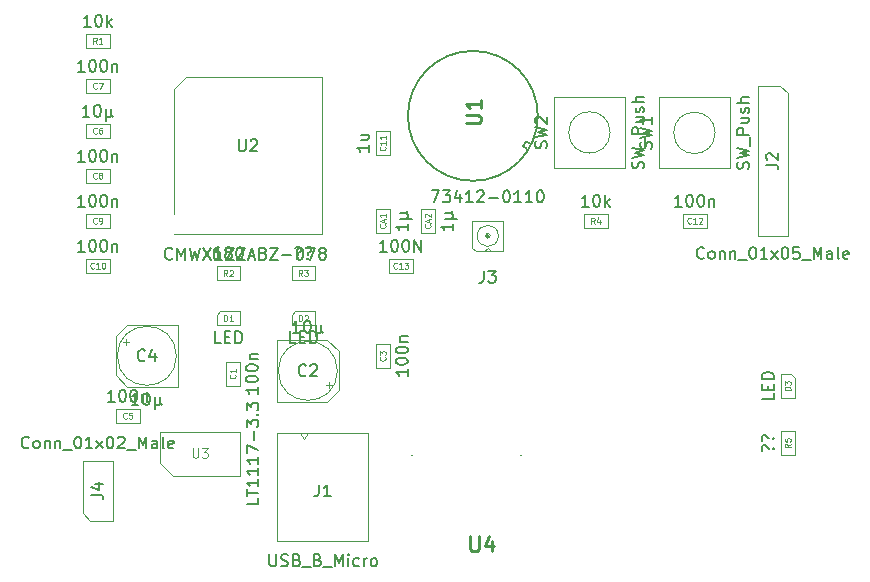
<source format=gbr>
G04 #@! TF.GenerationSoftware,KiCad,Pcbnew,(5.1.5-0-10_14)*
G04 #@! TF.CreationDate,2020-02-14T11:25:06+01:00*
G04 #@! TF.ProjectId,EDS_ALARM,4544535f-414c-4415-924d-2e6b69636164,rev?*
G04 #@! TF.SameCoordinates,Original*
G04 #@! TF.FileFunction,Other,Fab,Top*
%FSLAX46Y46*%
G04 Gerber Fmt 4.6, Leading zero omitted, Abs format (unit mm)*
G04 Created by KiCad (PCBNEW (5.1.5-0-10_14)) date 2020-02-14 11:25:06*
%MOMM*%
%LPD*%
G04 APERTURE LIST*
%ADD10C,0.100000*%
%ADD11C,0.200000*%
%ADD12C,0.150000*%
%ADD13C,0.080000*%
%ADD14C,0.120000*%
%ADD15C,0.254000*%
G04 APERTURE END LIST*
D10*
X184039000Y-94015000D02*
X186039000Y-94015000D01*
X184039000Y-95215000D02*
X184039000Y-94015000D01*
X186039000Y-95215000D02*
X184039000Y-95215000D01*
X186039000Y-94015000D02*
X186039000Y-95215000D01*
X181440000Y-78020000D02*
X180440000Y-79020000D01*
X180440000Y-79020000D02*
X180440000Y-89620000D01*
X180400000Y-91290000D02*
X192900000Y-91290000D01*
X192940000Y-78020000D02*
X192940000Y-91310000D01*
X181440000Y-78020000D02*
X192940000Y-78020000D01*
X186020000Y-104115000D02*
X184820000Y-104115000D01*
X184820000Y-104115000D02*
X184820000Y-102115000D01*
X184820000Y-102115000D02*
X186020000Y-102115000D01*
X186020000Y-102115000D02*
X186020000Y-104115000D01*
X193553956Y-104320000D02*
X193553956Y-103820000D01*
X193803956Y-104070000D02*
X193303956Y-104070000D01*
X194420000Y-101220000D02*
X193420000Y-100220000D01*
X194420000Y-104520000D02*
X193420000Y-105520000D01*
X194420000Y-104520000D02*
X194420000Y-101220000D01*
X193420000Y-100220000D02*
X189120000Y-100220000D01*
X193420000Y-105520000D02*
X189120000Y-105520000D01*
X189120000Y-105520000D02*
X189120000Y-100220000D01*
X194270000Y-102870000D02*
G75*
G03X194270000Y-102870000I-2500000J0D01*
G01*
X198720000Y-100600000D02*
X198720000Y-102600000D01*
X197520000Y-100600000D02*
X198720000Y-100600000D01*
X197520000Y-102600000D02*
X197520000Y-100600000D01*
X198720000Y-102600000D02*
X197520000Y-102600000D01*
X180640000Y-101600000D02*
G75*
G03X180640000Y-101600000I-2500000J0D01*
G01*
X180790000Y-98950000D02*
X180790000Y-104250000D01*
X176490000Y-98950000D02*
X180790000Y-98950000D01*
X176490000Y-104250000D02*
X180790000Y-104250000D01*
X175490000Y-99950000D02*
X175490000Y-103250000D01*
X175490000Y-99950000D02*
X176490000Y-98950000D01*
X175490000Y-103250000D02*
X176490000Y-104250000D01*
X176106044Y-100400000D02*
X176606044Y-100400000D01*
X176356044Y-100150000D02*
X176356044Y-100650000D01*
X177530000Y-106080000D02*
X177530000Y-107280000D01*
X177530000Y-107280000D02*
X175530000Y-107280000D01*
X175530000Y-107280000D02*
X175530000Y-106080000D01*
X175530000Y-106080000D02*
X177530000Y-106080000D01*
X174990000Y-81950000D02*
X174990000Y-83150000D01*
X174990000Y-83150000D02*
X172990000Y-83150000D01*
X172990000Y-83150000D02*
X172990000Y-81950000D01*
X172990000Y-81950000D02*
X174990000Y-81950000D01*
X172990000Y-78140000D02*
X174990000Y-78140000D01*
X172990000Y-79340000D02*
X172990000Y-78140000D01*
X174990000Y-79340000D02*
X172990000Y-79340000D01*
X174990000Y-78140000D02*
X174990000Y-79340000D01*
X174990000Y-85760000D02*
X174990000Y-86960000D01*
X174990000Y-86960000D02*
X172990000Y-86960000D01*
X172990000Y-86960000D02*
X172990000Y-85760000D01*
X172990000Y-85760000D02*
X174990000Y-85760000D01*
X172990000Y-89570000D02*
X174990000Y-89570000D01*
X172990000Y-90770000D02*
X172990000Y-89570000D01*
X174990000Y-90770000D02*
X172990000Y-90770000D01*
X174990000Y-89570000D02*
X174990000Y-90770000D01*
X174990000Y-93380000D02*
X174990000Y-94580000D01*
X174990000Y-94580000D02*
X172990000Y-94580000D01*
X172990000Y-94580000D02*
X172990000Y-93380000D01*
X172990000Y-93380000D02*
X174990000Y-93380000D01*
X197520000Y-84575000D02*
X197520000Y-82575000D01*
X198720000Y-84575000D02*
X197520000Y-84575000D01*
X198720000Y-82575000D02*
X198720000Y-84575000D01*
X197520000Y-82575000D02*
X198720000Y-82575000D01*
X225545000Y-89570000D02*
X225545000Y-90770000D01*
X225545000Y-90770000D02*
X223545000Y-90770000D01*
X223545000Y-90770000D02*
X223545000Y-89570000D01*
X223545000Y-89570000D02*
X225545000Y-89570000D01*
X198635000Y-93380000D02*
X200635000Y-93380000D01*
X198635000Y-94580000D02*
X198635000Y-93380000D01*
X200635000Y-94580000D02*
X198635000Y-94580000D01*
X200635000Y-93380000D02*
X200635000Y-94580000D01*
X198720000Y-89170000D02*
X198720000Y-91170000D01*
X197520000Y-89170000D02*
X198720000Y-89170000D01*
X197520000Y-91170000D02*
X197520000Y-89170000D01*
X198720000Y-91170000D02*
X197520000Y-91170000D01*
X202530000Y-91170000D02*
X201330000Y-91170000D01*
X201330000Y-91170000D02*
X201330000Y-89170000D01*
X201330000Y-89170000D02*
X202530000Y-89170000D01*
X202530000Y-89170000D02*
X202530000Y-91170000D01*
X191440000Y-108600000D02*
X191790000Y-108100000D01*
X196890000Y-117300000D02*
X196890000Y-108100000D01*
X189190000Y-117300000D02*
X196890000Y-117300000D01*
X189190000Y-108100000D02*
X189190000Y-117300000D01*
X189190000Y-108100000D02*
X196890000Y-108100000D01*
X191090000Y-108100000D02*
X191440000Y-108600000D01*
X207010000Y-92440000D02*
X207310000Y-92740000D01*
X206710000Y-92740000D02*
X207010000Y-92440000D01*
X207060000Y-91440000D02*
G75*
G03X207060000Y-91440000I-50000J0D01*
G01*
X207135000Y-91440000D02*
G75*
G03X207135000Y-91440000I-125000J0D01*
G01*
X207910000Y-91440000D02*
G75*
G03X207910000Y-91440000I-900000J0D01*
G01*
X205710000Y-90140000D02*
X208310000Y-90140000D01*
X205710000Y-90140000D02*
X205710000Y-92440000D01*
X205710000Y-92440000D02*
X206010000Y-92740000D01*
X208310000Y-90140000D02*
X208310000Y-92740000D01*
X206010000Y-92740000D02*
X208310000Y-92740000D01*
X207210000Y-91440000D02*
G75*
G03X207210000Y-91440000I-200000J0D01*
G01*
X174990000Y-74330000D02*
X174990000Y-75530000D01*
X174990000Y-75530000D02*
X172990000Y-75530000D01*
X172990000Y-75530000D02*
X172990000Y-74330000D01*
X172990000Y-74330000D02*
X174990000Y-74330000D01*
X180340000Y-111730000D02*
X179290000Y-110680000D01*
X180340000Y-111730000D02*
X185990000Y-111730000D01*
X179290000Y-110680000D02*
X179290000Y-108030000D01*
X185990000Y-111730000D02*
X185990000Y-108030000D01*
X179290000Y-108030000D02*
X185990000Y-108030000D01*
D11*
X211240000Y-81280000D02*
G75*
G03X211240000Y-81280000I-5500000J0D01*
G01*
X209999000Y-83829000D02*
X210347000Y-84105000D01*
X210231000Y-83452000D02*
X209999000Y-83829000D01*
X210593000Y-83612000D02*
X210231000Y-83452000D01*
D10*
X186039000Y-99025000D02*
X186039000Y-97825000D01*
X184039000Y-99025000D02*
X186039000Y-99025000D01*
X184039000Y-98125000D02*
X184039000Y-99025000D01*
X184339000Y-97825000D02*
X184039000Y-98125000D01*
X186039000Y-97825000D02*
X184339000Y-97825000D01*
X192389000Y-97825000D02*
X190689000Y-97825000D01*
X190689000Y-97825000D02*
X190389000Y-98125000D01*
X190389000Y-98125000D02*
X190389000Y-99025000D01*
X190389000Y-99025000D02*
X192389000Y-99025000D01*
X192389000Y-99025000D02*
X192389000Y-97825000D01*
X221500000Y-85720000D02*
X227500000Y-85720000D01*
X227500000Y-85720000D02*
X227500000Y-79720000D01*
X227500000Y-79720000D02*
X221500000Y-79720000D01*
X221500000Y-79720000D02*
X221500000Y-85720000D01*
X226250714Y-82720000D02*
G75*
G03X226250714Y-82720000I-1750714J0D01*
G01*
D11*
X200610000Y-109960000D02*
X200610000Y-109960000D01*
X209810000Y-109960000D02*
X209810000Y-109960000D01*
D10*
X233010000Y-105140000D02*
X233010000Y-103440000D01*
X233010000Y-103440000D02*
X232710000Y-103140000D01*
X232710000Y-103140000D02*
X231810000Y-103140000D01*
X231810000Y-103140000D02*
X231810000Y-105140000D01*
X231810000Y-105140000D02*
X233010000Y-105140000D01*
X229870000Y-78740000D02*
X231775000Y-78740000D01*
X231775000Y-78740000D02*
X232410000Y-79375000D01*
X232410000Y-79375000D02*
X232410000Y-91440000D01*
X232410000Y-91440000D02*
X229870000Y-91440000D01*
X229870000Y-91440000D02*
X229870000Y-78740000D01*
X175260000Y-115570000D02*
X173355000Y-115570000D01*
X173355000Y-115570000D02*
X172720000Y-114935000D01*
X172720000Y-114935000D02*
X172720000Y-110490000D01*
X172720000Y-110490000D02*
X175260000Y-110490000D01*
X175260000Y-110490000D02*
X175260000Y-115570000D01*
X192389000Y-94015000D02*
X192389000Y-95215000D01*
X192389000Y-95215000D02*
X190389000Y-95215000D01*
X190389000Y-95215000D02*
X190389000Y-94015000D01*
X190389000Y-94015000D02*
X192389000Y-94015000D01*
X215145000Y-89570000D02*
X217145000Y-89570000D01*
X215145000Y-90770000D02*
X215145000Y-89570000D01*
X217145000Y-90770000D02*
X215145000Y-90770000D01*
X217145000Y-89570000D02*
X217145000Y-90770000D01*
X231810000Y-107975000D02*
X233010000Y-107975000D01*
X233010000Y-107975000D02*
X233010000Y-109975000D01*
X233010000Y-109975000D02*
X231810000Y-109975000D01*
X231810000Y-109975000D02*
X231810000Y-107975000D01*
X212610000Y-85677000D02*
X218610000Y-85677000D01*
X218610000Y-85677000D02*
X218610000Y-79677000D01*
X218610000Y-79677000D02*
X212610000Y-79677000D01*
X212610000Y-79677000D02*
X212610000Y-85677000D01*
X217360714Y-82677000D02*
G75*
G03X217360714Y-82677000I-1750714J0D01*
G01*
D12*
X184277095Y-92417380D02*
X184086619Y-92417380D01*
X183991380Y-92465000D01*
X183943761Y-92512619D01*
X183848523Y-92655476D01*
X183800904Y-92845952D01*
X183800904Y-93226904D01*
X183848523Y-93322142D01*
X183896142Y-93369761D01*
X183991380Y-93417380D01*
X184181857Y-93417380D01*
X184277095Y-93369761D01*
X184324714Y-93322142D01*
X184372333Y-93226904D01*
X184372333Y-92988809D01*
X184324714Y-92893571D01*
X184277095Y-92845952D01*
X184181857Y-92798333D01*
X183991380Y-92798333D01*
X183896142Y-92845952D01*
X183848523Y-92893571D01*
X183800904Y-92988809D01*
X184943761Y-92845952D02*
X184848523Y-92798333D01*
X184800904Y-92750714D01*
X184753285Y-92655476D01*
X184753285Y-92607857D01*
X184800904Y-92512619D01*
X184848523Y-92465000D01*
X184943761Y-92417380D01*
X185134238Y-92417380D01*
X185229476Y-92465000D01*
X185277095Y-92512619D01*
X185324714Y-92607857D01*
X185324714Y-92655476D01*
X185277095Y-92750714D01*
X185229476Y-92798333D01*
X185134238Y-92845952D01*
X184943761Y-92845952D01*
X184848523Y-92893571D01*
X184800904Y-92941190D01*
X184753285Y-93036428D01*
X184753285Y-93226904D01*
X184800904Y-93322142D01*
X184848523Y-93369761D01*
X184943761Y-93417380D01*
X185134238Y-93417380D01*
X185229476Y-93369761D01*
X185277095Y-93322142D01*
X185324714Y-93226904D01*
X185324714Y-93036428D01*
X185277095Y-92941190D01*
X185229476Y-92893571D01*
X185134238Y-92845952D01*
X185943761Y-92417380D02*
X186039000Y-92417380D01*
X186134238Y-92465000D01*
X186181857Y-92512619D01*
X186229476Y-92607857D01*
X186277095Y-92798333D01*
X186277095Y-93036428D01*
X186229476Y-93226904D01*
X186181857Y-93322142D01*
X186134238Y-93369761D01*
X186039000Y-93417380D01*
X185943761Y-93417380D01*
X185848523Y-93369761D01*
X185800904Y-93322142D01*
X185753285Y-93226904D01*
X185705666Y-93036428D01*
X185705666Y-92798333D01*
X185753285Y-92607857D01*
X185800904Y-92512619D01*
X185848523Y-92465000D01*
X185943761Y-92417380D01*
D13*
X184955666Y-94841190D02*
X184789000Y-94603095D01*
X184669952Y-94841190D02*
X184669952Y-94341190D01*
X184860428Y-94341190D01*
X184908047Y-94365000D01*
X184931857Y-94388809D01*
X184955666Y-94436428D01*
X184955666Y-94507857D01*
X184931857Y-94555476D01*
X184908047Y-94579285D01*
X184860428Y-94603095D01*
X184669952Y-94603095D01*
X185146142Y-94388809D02*
X185169952Y-94365000D01*
X185217571Y-94341190D01*
X185336619Y-94341190D01*
X185384238Y-94365000D01*
X185408047Y-94388809D01*
X185431857Y-94436428D01*
X185431857Y-94484047D01*
X185408047Y-94555476D01*
X185122333Y-94841190D01*
X185431857Y-94841190D01*
D12*
X180289523Y-93347142D02*
X180241904Y-93394761D01*
X180099047Y-93442380D01*
X180003809Y-93442380D01*
X179860952Y-93394761D01*
X179765714Y-93299523D01*
X179718095Y-93204285D01*
X179670476Y-93013809D01*
X179670476Y-92870952D01*
X179718095Y-92680476D01*
X179765714Y-92585238D01*
X179860952Y-92490000D01*
X180003809Y-92442380D01*
X180099047Y-92442380D01*
X180241904Y-92490000D01*
X180289523Y-92537619D01*
X180718095Y-93442380D02*
X180718095Y-92442380D01*
X181051428Y-93156666D01*
X181384761Y-92442380D01*
X181384761Y-93442380D01*
X181765714Y-92442380D02*
X182003809Y-93442380D01*
X182194285Y-92728095D01*
X182384761Y-93442380D01*
X182622857Y-92442380D01*
X182908571Y-92442380D02*
X183575238Y-93442380D01*
X183575238Y-92442380D02*
X182908571Y-93442380D01*
X184480000Y-93442380D02*
X183908571Y-93442380D01*
X184194285Y-93442380D02*
X184194285Y-92442380D01*
X184099047Y-92585238D01*
X184003809Y-92680476D01*
X183908571Y-92728095D01*
X184813333Y-92442380D02*
X185480000Y-92442380D01*
X184813333Y-93442380D01*
X185480000Y-93442380D01*
X185765714Y-92442380D02*
X186432380Y-92442380D01*
X185765714Y-93442380D01*
X186432380Y-93442380D01*
X186765714Y-93156666D02*
X187241904Y-93156666D01*
X186670476Y-93442380D02*
X187003809Y-92442380D01*
X187337142Y-93442380D01*
X188003809Y-92918571D02*
X188146666Y-92966190D01*
X188194285Y-93013809D01*
X188241904Y-93109047D01*
X188241904Y-93251904D01*
X188194285Y-93347142D01*
X188146666Y-93394761D01*
X188051428Y-93442380D01*
X187670476Y-93442380D01*
X187670476Y-92442380D01*
X188003809Y-92442380D01*
X188099047Y-92490000D01*
X188146666Y-92537619D01*
X188194285Y-92632857D01*
X188194285Y-92728095D01*
X188146666Y-92823333D01*
X188099047Y-92870952D01*
X188003809Y-92918571D01*
X187670476Y-92918571D01*
X188575238Y-92442380D02*
X189241904Y-92442380D01*
X188575238Y-93442380D01*
X189241904Y-93442380D01*
X189622857Y-93061428D02*
X190384761Y-93061428D01*
X191051428Y-92442380D02*
X191146666Y-92442380D01*
X191241904Y-92490000D01*
X191289523Y-92537619D01*
X191337142Y-92632857D01*
X191384761Y-92823333D01*
X191384761Y-93061428D01*
X191337142Y-93251904D01*
X191289523Y-93347142D01*
X191241904Y-93394761D01*
X191146666Y-93442380D01*
X191051428Y-93442380D01*
X190956190Y-93394761D01*
X190908571Y-93347142D01*
X190860952Y-93251904D01*
X190813333Y-93061428D01*
X190813333Y-92823333D01*
X190860952Y-92632857D01*
X190908571Y-92537619D01*
X190956190Y-92490000D01*
X191051428Y-92442380D01*
X191718095Y-92442380D02*
X192384761Y-92442380D01*
X191956190Y-93442380D01*
X192908571Y-92870952D02*
X192813333Y-92823333D01*
X192765714Y-92775714D01*
X192718095Y-92680476D01*
X192718095Y-92632857D01*
X192765714Y-92537619D01*
X192813333Y-92490000D01*
X192908571Y-92442380D01*
X193099047Y-92442380D01*
X193194285Y-92490000D01*
X193241904Y-92537619D01*
X193289523Y-92632857D01*
X193289523Y-92680476D01*
X193241904Y-92775714D01*
X193194285Y-92823333D01*
X193099047Y-92870952D01*
X192908571Y-92870952D01*
X192813333Y-92918571D01*
X192765714Y-92966190D01*
X192718095Y-93061428D01*
X192718095Y-93251904D01*
X192765714Y-93347142D01*
X192813333Y-93394761D01*
X192908571Y-93442380D01*
X193099047Y-93442380D01*
X193194285Y-93394761D01*
X193241904Y-93347142D01*
X193289523Y-93251904D01*
X193289523Y-93061428D01*
X193241904Y-92966190D01*
X193194285Y-92918571D01*
X193099047Y-92870952D01*
X185928095Y-83272380D02*
X185928095Y-84081904D01*
X185975714Y-84177142D01*
X186023333Y-84224761D01*
X186118571Y-84272380D01*
X186309047Y-84272380D01*
X186404285Y-84224761D01*
X186451904Y-84177142D01*
X186499523Y-84081904D01*
X186499523Y-83272380D01*
X186928095Y-83367619D02*
X186975714Y-83320000D01*
X187070952Y-83272380D01*
X187309047Y-83272380D01*
X187404285Y-83320000D01*
X187451904Y-83367619D01*
X187499523Y-83462857D01*
X187499523Y-83558095D01*
X187451904Y-83700952D01*
X186880476Y-84272380D01*
X187499523Y-84272380D01*
X187522380Y-104234047D02*
X187522380Y-104805476D01*
X187522380Y-104519761D02*
X186522380Y-104519761D01*
X186665238Y-104615000D01*
X186760476Y-104710238D01*
X186808095Y-104805476D01*
X186522380Y-103615000D02*
X186522380Y-103519761D01*
X186570000Y-103424523D01*
X186617619Y-103376904D01*
X186712857Y-103329285D01*
X186903333Y-103281666D01*
X187141428Y-103281666D01*
X187331904Y-103329285D01*
X187427142Y-103376904D01*
X187474761Y-103424523D01*
X187522380Y-103519761D01*
X187522380Y-103615000D01*
X187474761Y-103710238D01*
X187427142Y-103757857D01*
X187331904Y-103805476D01*
X187141428Y-103853095D01*
X186903333Y-103853095D01*
X186712857Y-103805476D01*
X186617619Y-103757857D01*
X186570000Y-103710238D01*
X186522380Y-103615000D01*
X186522380Y-102662619D02*
X186522380Y-102567380D01*
X186570000Y-102472142D01*
X186617619Y-102424523D01*
X186712857Y-102376904D01*
X186903333Y-102329285D01*
X187141428Y-102329285D01*
X187331904Y-102376904D01*
X187427142Y-102424523D01*
X187474761Y-102472142D01*
X187522380Y-102567380D01*
X187522380Y-102662619D01*
X187474761Y-102757857D01*
X187427142Y-102805476D01*
X187331904Y-102853095D01*
X187141428Y-102900714D01*
X186903333Y-102900714D01*
X186712857Y-102853095D01*
X186617619Y-102805476D01*
X186570000Y-102757857D01*
X186522380Y-102662619D01*
X186855714Y-101900714D02*
X187522380Y-101900714D01*
X186950952Y-101900714D02*
X186903333Y-101853095D01*
X186855714Y-101757857D01*
X186855714Y-101615000D01*
X186903333Y-101519761D01*
X186998571Y-101472142D01*
X187522380Y-101472142D01*
D13*
X185598571Y-103198333D02*
X185622380Y-103222142D01*
X185646190Y-103293571D01*
X185646190Y-103341190D01*
X185622380Y-103412619D01*
X185574761Y-103460238D01*
X185527142Y-103484047D01*
X185431904Y-103507857D01*
X185360476Y-103507857D01*
X185265238Y-103484047D01*
X185217619Y-103460238D01*
X185170000Y-103412619D01*
X185146190Y-103341190D01*
X185146190Y-103293571D01*
X185170000Y-103222142D01*
X185193809Y-103198333D01*
X185646190Y-102722142D02*
X185646190Y-103007857D01*
X185646190Y-102865000D02*
X185146190Y-102865000D01*
X185217619Y-102912619D01*
X185265238Y-102960238D01*
X185289047Y-103007857D01*
D12*
X191055714Y-99622380D02*
X190484285Y-99622380D01*
X190770000Y-99622380D02*
X190770000Y-98622380D01*
X190674761Y-98765238D01*
X190579523Y-98860476D01*
X190484285Y-98908095D01*
X191674761Y-98622380D02*
X191770000Y-98622380D01*
X191865238Y-98670000D01*
X191912857Y-98717619D01*
X191960476Y-98812857D01*
X192008095Y-99003333D01*
X192008095Y-99241428D01*
X191960476Y-99431904D01*
X191912857Y-99527142D01*
X191865238Y-99574761D01*
X191770000Y-99622380D01*
X191674761Y-99622380D01*
X191579523Y-99574761D01*
X191531904Y-99527142D01*
X191484285Y-99431904D01*
X191436666Y-99241428D01*
X191436666Y-99003333D01*
X191484285Y-98812857D01*
X191531904Y-98717619D01*
X191579523Y-98670000D01*
X191674761Y-98622380D01*
X192436666Y-98955714D02*
X192436666Y-99955714D01*
X192912857Y-99479523D02*
X192960476Y-99574761D01*
X193055714Y-99622380D01*
X192436666Y-99479523D02*
X192484285Y-99574761D01*
X192579523Y-99622380D01*
X192770000Y-99622380D01*
X192865238Y-99574761D01*
X192912857Y-99479523D01*
X192912857Y-98955714D01*
X191603333Y-103227142D02*
X191555714Y-103274761D01*
X191412857Y-103322380D01*
X191317619Y-103322380D01*
X191174761Y-103274761D01*
X191079523Y-103179523D01*
X191031904Y-103084285D01*
X190984285Y-102893809D01*
X190984285Y-102750952D01*
X191031904Y-102560476D01*
X191079523Y-102465238D01*
X191174761Y-102370000D01*
X191317619Y-102322380D01*
X191412857Y-102322380D01*
X191555714Y-102370000D01*
X191603333Y-102417619D01*
X191984285Y-102417619D02*
X192031904Y-102370000D01*
X192127142Y-102322380D01*
X192365238Y-102322380D01*
X192460476Y-102370000D01*
X192508095Y-102417619D01*
X192555714Y-102512857D01*
X192555714Y-102608095D01*
X192508095Y-102750952D01*
X191936666Y-103322380D01*
X192555714Y-103322380D01*
X200222380Y-102719047D02*
X200222380Y-103290476D01*
X200222380Y-103004761D02*
X199222380Y-103004761D01*
X199365238Y-103100000D01*
X199460476Y-103195238D01*
X199508095Y-103290476D01*
X199222380Y-102100000D02*
X199222380Y-102004761D01*
X199270000Y-101909523D01*
X199317619Y-101861904D01*
X199412857Y-101814285D01*
X199603333Y-101766666D01*
X199841428Y-101766666D01*
X200031904Y-101814285D01*
X200127142Y-101861904D01*
X200174761Y-101909523D01*
X200222380Y-102004761D01*
X200222380Y-102100000D01*
X200174761Y-102195238D01*
X200127142Y-102242857D01*
X200031904Y-102290476D01*
X199841428Y-102338095D01*
X199603333Y-102338095D01*
X199412857Y-102290476D01*
X199317619Y-102242857D01*
X199270000Y-102195238D01*
X199222380Y-102100000D01*
X199222380Y-101147619D02*
X199222380Y-101052380D01*
X199270000Y-100957142D01*
X199317619Y-100909523D01*
X199412857Y-100861904D01*
X199603333Y-100814285D01*
X199841428Y-100814285D01*
X200031904Y-100861904D01*
X200127142Y-100909523D01*
X200174761Y-100957142D01*
X200222380Y-101052380D01*
X200222380Y-101147619D01*
X200174761Y-101242857D01*
X200127142Y-101290476D01*
X200031904Y-101338095D01*
X199841428Y-101385714D01*
X199603333Y-101385714D01*
X199412857Y-101338095D01*
X199317619Y-101290476D01*
X199270000Y-101242857D01*
X199222380Y-101147619D01*
X199555714Y-100385714D02*
X200222380Y-100385714D01*
X199650952Y-100385714D02*
X199603333Y-100338095D01*
X199555714Y-100242857D01*
X199555714Y-100100000D01*
X199603333Y-100004761D01*
X199698571Y-99957142D01*
X200222380Y-99957142D01*
D13*
X198298571Y-101683333D02*
X198322380Y-101707142D01*
X198346190Y-101778571D01*
X198346190Y-101826190D01*
X198322380Y-101897619D01*
X198274761Y-101945238D01*
X198227142Y-101969047D01*
X198131904Y-101992857D01*
X198060476Y-101992857D01*
X197965238Y-101969047D01*
X197917619Y-101945238D01*
X197870000Y-101897619D01*
X197846190Y-101826190D01*
X197846190Y-101778571D01*
X197870000Y-101707142D01*
X197893809Y-101683333D01*
X197846190Y-101516666D02*
X197846190Y-101207142D01*
X198036666Y-101373809D01*
X198036666Y-101302380D01*
X198060476Y-101254761D01*
X198084285Y-101230952D01*
X198131904Y-101207142D01*
X198250952Y-101207142D01*
X198298571Y-101230952D01*
X198322380Y-101254761D01*
X198346190Y-101302380D01*
X198346190Y-101445238D01*
X198322380Y-101492857D01*
X198298571Y-101516666D01*
D12*
X177425714Y-105752380D02*
X176854285Y-105752380D01*
X177140000Y-105752380D02*
X177140000Y-104752380D01*
X177044761Y-104895238D01*
X176949523Y-104990476D01*
X176854285Y-105038095D01*
X178044761Y-104752380D02*
X178140000Y-104752380D01*
X178235238Y-104800000D01*
X178282857Y-104847619D01*
X178330476Y-104942857D01*
X178378095Y-105133333D01*
X178378095Y-105371428D01*
X178330476Y-105561904D01*
X178282857Y-105657142D01*
X178235238Y-105704761D01*
X178140000Y-105752380D01*
X178044761Y-105752380D01*
X177949523Y-105704761D01*
X177901904Y-105657142D01*
X177854285Y-105561904D01*
X177806666Y-105371428D01*
X177806666Y-105133333D01*
X177854285Y-104942857D01*
X177901904Y-104847619D01*
X177949523Y-104800000D01*
X178044761Y-104752380D01*
X178806666Y-105085714D02*
X178806666Y-106085714D01*
X179282857Y-105609523D02*
X179330476Y-105704761D01*
X179425714Y-105752380D01*
X178806666Y-105609523D02*
X178854285Y-105704761D01*
X178949523Y-105752380D01*
X179140000Y-105752380D01*
X179235238Y-105704761D01*
X179282857Y-105609523D01*
X179282857Y-105085714D01*
X177973333Y-101957142D02*
X177925714Y-102004761D01*
X177782857Y-102052380D01*
X177687619Y-102052380D01*
X177544761Y-102004761D01*
X177449523Y-101909523D01*
X177401904Y-101814285D01*
X177354285Y-101623809D01*
X177354285Y-101480952D01*
X177401904Y-101290476D01*
X177449523Y-101195238D01*
X177544761Y-101100000D01*
X177687619Y-101052380D01*
X177782857Y-101052380D01*
X177925714Y-101100000D01*
X177973333Y-101147619D01*
X178830476Y-101385714D02*
X178830476Y-102052380D01*
X178592380Y-101004761D02*
X178354285Y-101719047D01*
X178973333Y-101719047D01*
X175410952Y-105482380D02*
X174839523Y-105482380D01*
X175125238Y-105482380D02*
X175125238Y-104482380D01*
X175030000Y-104625238D01*
X174934761Y-104720476D01*
X174839523Y-104768095D01*
X176030000Y-104482380D02*
X176125238Y-104482380D01*
X176220476Y-104530000D01*
X176268095Y-104577619D01*
X176315714Y-104672857D01*
X176363333Y-104863333D01*
X176363333Y-105101428D01*
X176315714Y-105291904D01*
X176268095Y-105387142D01*
X176220476Y-105434761D01*
X176125238Y-105482380D01*
X176030000Y-105482380D01*
X175934761Y-105434761D01*
X175887142Y-105387142D01*
X175839523Y-105291904D01*
X175791904Y-105101428D01*
X175791904Y-104863333D01*
X175839523Y-104672857D01*
X175887142Y-104577619D01*
X175934761Y-104530000D01*
X176030000Y-104482380D01*
X176982380Y-104482380D02*
X177077619Y-104482380D01*
X177172857Y-104530000D01*
X177220476Y-104577619D01*
X177268095Y-104672857D01*
X177315714Y-104863333D01*
X177315714Y-105101428D01*
X177268095Y-105291904D01*
X177220476Y-105387142D01*
X177172857Y-105434761D01*
X177077619Y-105482380D01*
X176982380Y-105482380D01*
X176887142Y-105434761D01*
X176839523Y-105387142D01*
X176791904Y-105291904D01*
X176744285Y-105101428D01*
X176744285Y-104863333D01*
X176791904Y-104672857D01*
X176839523Y-104577619D01*
X176887142Y-104530000D01*
X176982380Y-104482380D01*
X177744285Y-104815714D02*
X177744285Y-105482380D01*
X177744285Y-104910952D02*
X177791904Y-104863333D01*
X177887142Y-104815714D01*
X178030000Y-104815714D01*
X178125238Y-104863333D01*
X178172857Y-104958571D01*
X178172857Y-105482380D01*
D13*
X176446666Y-106858571D02*
X176422857Y-106882380D01*
X176351428Y-106906190D01*
X176303809Y-106906190D01*
X176232380Y-106882380D01*
X176184761Y-106834761D01*
X176160952Y-106787142D01*
X176137142Y-106691904D01*
X176137142Y-106620476D01*
X176160952Y-106525238D01*
X176184761Y-106477619D01*
X176232380Y-106430000D01*
X176303809Y-106406190D01*
X176351428Y-106406190D01*
X176422857Y-106430000D01*
X176446666Y-106453809D01*
X176899047Y-106406190D02*
X176660952Y-106406190D01*
X176637142Y-106644285D01*
X176660952Y-106620476D01*
X176708571Y-106596666D01*
X176827619Y-106596666D01*
X176875238Y-106620476D01*
X176899047Y-106644285D01*
X176922857Y-106691904D01*
X176922857Y-106810952D01*
X176899047Y-106858571D01*
X176875238Y-106882380D01*
X176827619Y-106906190D01*
X176708571Y-106906190D01*
X176660952Y-106882380D01*
X176637142Y-106858571D01*
D12*
X173275714Y-81352380D02*
X172704285Y-81352380D01*
X172990000Y-81352380D02*
X172990000Y-80352380D01*
X172894761Y-80495238D01*
X172799523Y-80590476D01*
X172704285Y-80638095D01*
X173894761Y-80352380D02*
X173990000Y-80352380D01*
X174085238Y-80400000D01*
X174132857Y-80447619D01*
X174180476Y-80542857D01*
X174228095Y-80733333D01*
X174228095Y-80971428D01*
X174180476Y-81161904D01*
X174132857Y-81257142D01*
X174085238Y-81304761D01*
X173990000Y-81352380D01*
X173894761Y-81352380D01*
X173799523Y-81304761D01*
X173751904Y-81257142D01*
X173704285Y-81161904D01*
X173656666Y-80971428D01*
X173656666Y-80733333D01*
X173704285Y-80542857D01*
X173751904Y-80447619D01*
X173799523Y-80400000D01*
X173894761Y-80352380D01*
X174656666Y-80685714D02*
X174656666Y-81685714D01*
X175132857Y-81209523D02*
X175180476Y-81304761D01*
X175275714Y-81352380D01*
X174656666Y-81209523D02*
X174704285Y-81304761D01*
X174799523Y-81352380D01*
X174990000Y-81352380D01*
X175085238Y-81304761D01*
X175132857Y-81209523D01*
X175132857Y-80685714D01*
D13*
X173906666Y-82728571D02*
X173882857Y-82752380D01*
X173811428Y-82776190D01*
X173763809Y-82776190D01*
X173692380Y-82752380D01*
X173644761Y-82704761D01*
X173620952Y-82657142D01*
X173597142Y-82561904D01*
X173597142Y-82490476D01*
X173620952Y-82395238D01*
X173644761Y-82347619D01*
X173692380Y-82300000D01*
X173763809Y-82276190D01*
X173811428Y-82276190D01*
X173882857Y-82300000D01*
X173906666Y-82323809D01*
X174335238Y-82276190D02*
X174240000Y-82276190D01*
X174192380Y-82300000D01*
X174168571Y-82323809D01*
X174120952Y-82395238D01*
X174097142Y-82490476D01*
X174097142Y-82680952D01*
X174120952Y-82728571D01*
X174144761Y-82752380D01*
X174192380Y-82776190D01*
X174287619Y-82776190D01*
X174335238Y-82752380D01*
X174359047Y-82728571D01*
X174382857Y-82680952D01*
X174382857Y-82561904D01*
X174359047Y-82514285D01*
X174335238Y-82490476D01*
X174287619Y-82466666D01*
X174192380Y-82466666D01*
X174144761Y-82490476D01*
X174120952Y-82514285D01*
X174097142Y-82561904D01*
D12*
X172870952Y-77542380D02*
X172299523Y-77542380D01*
X172585238Y-77542380D02*
X172585238Y-76542380D01*
X172490000Y-76685238D01*
X172394761Y-76780476D01*
X172299523Y-76828095D01*
X173490000Y-76542380D02*
X173585238Y-76542380D01*
X173680476Y-76590000D01*
X173728095Y-76637619D01*
X173775714Y-76732857D01*
X173823333Y-76923333D01*
X173823333Y-77161428D01*
X173775714Y-77351904D01*
X173728095Y-77447142D01*
X173680476Y-77494761D01*
X173585238Y-77542380D01*
X173490000Y-77542380D01*
X173394761Y-77494761D01*
X173347142Y-77447142D01*
X173299523Y-77351904D01*
X173251904Y-77161428D01*
X173251904Y-76923333D01*
X173299523Y-76732857D01*
X173347142Y-76637619D01*
X173394761Y-76590000D01*
X173490000Y-76542380D01*
X174442380Y-76542380D02*
X174537619Y-76542380D01*
X174632857Y-76590000D01*
X174680476Y-76637619D01*
X174728095Y-76732857D01*
X174775714Y-76923333D01*
X174775714Y-77161428D01*
X174728095Y-77351904D01*
X174680476Y-77447142D01*
X174632857Y-77494761D01*
X174537619Y-77542380D01*
X174442380Y-77542380D01*
X174347142Y-77494761D01*
X174299523Y-77447142D01*
X174251904Y-77351904D01*
X174204285Y-77161428D01*
X174204285Y-76923333D01*
X174251904Y-76732857D01*
X174299523Y-76637619D01*
X174347142Y-76590000D01*
X174442380Y-76542380D01*
X175204285Y-76875714D02*
X175204285Y-77542380D01*
X175204285Y-76970952D02*
X175251904Y-76923333D01*
X175347142Y-76875714D01*
X175490000Y-76875714D01*
X175585238Y-76923333D01*
X175632857Y-77018571D01*
X175632857Y-77542380D01*
D13*
X173906666Y-78918571D02*
X173882857Y-78942380D01*
X173811428Y-78966190D01*
X173763809Y-78966190D01*
X173692380Y-78942380D01*
X173644761Y-78894761D01*
X173620952Y-78847142D01*
X173597142Y-78751904D01*
X173597142Y-78680476D01*
X173620952Y-78585238D01*
X173644761Y-78537619D01*
X173692380Y-78490000D01*
X173763809Y-78466190D01*
X173811428Y-78466190D01*
X173882857Y-78490000D01*
X173906666Y-78513809D01*
X174073333Y-78466190D02*
X174406666Y-78466190D01*
X174192380Y-78966190D01*
D12*
X172870952Y-85162380D02*
X172299523Y-85162380D01*
X172585238Y-85162380D02*
X172585238Y-84162380D01*
X172490000Y-84305238D01*
X172394761Y-84400476D01*
X172299523Y-84448095D01*
X173490000Y-84162380D02*
X173585238Y-84162380D01*
X173680476Y-84210000D01*
X173728095Y-84257619D01*
X173775714Y-84352857D01*
X173823333Y-84543333D01*
X173823333Y-84781428D01*
X173775714Y-84971904D01*
X173728095Y-85067142D01*
X173680476Y-85114761D01*
X173585238Y-85162380D01*
X173490000Y-85162380D01*
X173394761Y-85114761D01*
X173347142Y-85067142D01*
X173299523Y-84971904D01*
X173251904Y-84781428D01*
X173251904Y-84543333D01*
X173299523Y-84352857D01*
X173347142Y-84257619D01*
X173394761Y-84210000D01*
X173490000Y-84162380D01*
X174442380Y-84162380D02*
X174537619Y-84162380D01*
X174632857Y-84210000D01*
X174680476Y-84257619D01*
X174728095Y-84352857D01*
X174775714Y-84543333D01*
X174775714Y-84781428D01*
X174728095Y-84971904D01*
X174680476Y-85067142D01*
X174632857Y-85114761D01*
X174537619Y-85162380D01*
X174442380Y-85162380D01*
X174347142Y-85114761D01*
X174299523Y-85067142D01*
X174251904Y-84971904D01*
X174204285Y-84781428D01*
X174204285Y-84543333D01*
X174251904Y-84352857D01*
X174299523Y-84257619D01*
X174347142Y-84210000D01*
X174442380Y-84162380D01*
X175204285Y-84495714D02*
X175204285Y-85162380D01*
X175204285Y-84590952D02*
X175251904Y-84543333D01*
X175347142Y-84495714D01*
X175490000Y-84495714D01*
X175585238Y-84543333D01*
X175632857Y-84638571D01*
X175632857Y-85162380D01*
D13*
X173906666Y-86538571D02*
X173882857Y-86562380D01*
X173811428Y-86586190D01*
X173763809Y-86586190D01*
X173692380Y-86562380D01*
X173644761Y-86514761D01*
X173620952Y-86467142D01*
X173597142Y-86371904D01*
X173597142Y-86300476D01*
X173620952Y-86205238D01*
X173644761Y-86157619D01*
X173692380Y-86110000D01*
X173763809Y-86086190D01*
X173811428Y-86086190D01*
X173882857Y-86110000D01*
X173906666Y-86133809D01*
X174192380Y-86300476D02*
X174144761Y-86276666D01*
X174120952Y-86252857D01*
X174097142Y-86205238D01*
X174097142Y-86181428D01*
X174120952Y-86133809D01*
X174144761Y-86110000D01*
X174192380Y-86086190D01*
X174287619Y-86086190D01*
X174335238Y-86110000D01*
X174359047Y-86133809D01*
X174382857Y-86181428D01*
X174382857Y-86205238D01*
X174359047Y-86252857D01*
X174335238Y-86276666D01*
X174287619Y-86300476D01*
X174192380Y-86300476D01*
X174144761Y-86324285D01*
X174120952Y-86348095D01*
X174097142Y-86395714D01*
X174097142Y-86490952D01*
X174120952Y-86538571D01*
X174144761Y-86562380D01*
X174192380Y-86586190D01*
X174287619Y-86586190D01*
X174335238Y-86562380D01*
X174359047Y-86538571D01*
X174382857Y-86490952D01*
X174382857Y-86395714D01*
X174359047Y-86348095D01*
X174335238Y-86324285D01*
X174287619Y-86300476D01*
D12*
X172870952Y-88972380D02*
X172299523Y-88972380D01*
X172585238Y-88972380D02*
X172585238Y-87972380D01*
X172490000Y-88115238D01*
X172394761Y-88210476D01*
X172299523Y-88258095D01*
X173490000Y-87972380D02*
X173585238Y-87972380D01*
X173680476Y-88020000D01*
X173728095Y-88067619D01*
X173775714Y-88162857D01*
X173823333Y-88353333D01*
X173823333Y-88591428D01*
X173775714Y-88781904D01*
X173728095Y-88877142D01*
X173680476Y-88924761D01*
X173585238Y-88972380D01*
X173490000Y-88972380D01*
X173394761Y-88924761D01*
X173347142Y-88877142D01*
X173299523Y-88781904D01*
X173251904Y-88591428D01*
X173251904Y-88353333D01*
X173299523Y-88162857D01*
X173347142Y-88067619D01*
X173394761Y-88020000D01*
X173490000Y-87972380D01*
X174442380Y-87972380D02*
X174537619Y-87972380D01*
X174632857Y-88020000D01*
X174680476Y-88067619D01*
X174728095Y-88162857D01*
X174775714Y-88353333D01*
X174775714Y-88591428D01*
X174728095Y-88781904D01*
X174680476Y-88877142D01*
X174632857Y-88924761D01*
X174537619Y-88972380D01*
X174442380Y-88972380D01*
X174347142Y-88924761D01*
X174299523Y-88877142D01*
X174251904Y-88781904D01*
X174204285Y-88591428D01*
X174204285Y-88353333D01*
X174251904Y-88162857D01*
X174299523Y-88067619D01*
X174347142Y-88020000D01*
X174442380Y-87972380D01*
X175204285Y-88305714D02*
X175204285Y-88972380D01*
X175204285Y-88400952D02*
X175251904Y-88353333D01*
X175347142Y-88305714D01*
X175490000Y-88305714D01*
X175585238Y-88353333D01*
X175632857Y-88448571D01*
X175632857Y-88972380D01*
D13*
X173906666Y-90348571D02*
X173882857Y-90372380D01*
X173811428Y-90396190D01*
X173763809Y-90396190D01*
X173692380Y-90372380D01*
X173644761Y-90324761D01*
X173620952Y-90277142D01*
X173597142Y-90181904D01*
X173597142Y-90110476D01*
X173620952Y-90015238D01*
X173644761Y-89967619D01*
X173692380Y-89920000D01*
X173763809Y-89896190D01*
X173811428Y-89896190D01*
X173882857Y-89920000D01*
X173906666Y-89943809D01*
X174144761Y-90396190D02*
X174240000Y-90396190D01*
X174287619Y-90372380D01*
X174311428Y-90348571D01*
X174359047Y-90277142D01*
X174382857Y-90181904D01*
X174382857Y-89991428D01*
X174359047Y-89943809D01*
X174335238Y-89920000D01*
X174287619Y-89896190D01*
X174192380Y-89896190D01*
X174144761Y-89920000D01*
X174120952Y-89943809D01*
X174097142Y-89991428D01*
X174097142Y-90110476D01*
X174120952Y-90158095D01*
X174144761Y-90181904D01*
X174192380Y-90205714D01*
X174287619Y-90205714D01*
X174335238Y-90181904D01*
X174359047Y-90158095D01*
X174382857Y-90110476D01*
D12*
X172870952Y-92782380D02*
X172299523Y-92782380D01*
X172585238Y-92782380D02*
X172585238Y-91782380D01*
X172490000Y-91925238D01*
X172394761Y-92020476D01*
X172299523Y-92068095D01*
X173490000Y-91782380D02*
X173585238Y-91782380D01*
X173680476Y-91830000D01*
X173728095Y-91877619D01*
X173775714Y-91972857D01*
X173823333Y-92163333D01*
X173823333Y-92401428D01*
X173775714Y-92591904D01*
X173728095Y-92687142D01*
X173680476Y-92734761D01*
X173585238Y-92782380D01*
X173490000Y-92782380D01*
X173394761Y-92734761D01*
X173347142Y-92687142D01*
X173299523Y-92591904D01*
X173251904Y-92401428D01*
X173251904Y-92163333D01*
X173299523Y-91972857D01*
X173347142Y-91877619D01*
X173394761Y-91830000D01*
X173490000Y-91782380D01*
X174442380Y-91782380D02*
X174537619Y-91782380D01*
X174632857Y-91830000D01*
X174680476Y-91877619D01*
X174728095Y-91972857D01*
X174775714Y-92163333D01*
X174775714Y-92401428D01*
X174728095Y-92591904D01*
X174680476Y-92687142D01*
X174632857Y-92734761D01*
X174537619Y-92782380D01*
X174442380Y-92782380D01*
X174347142Y-92734761D01*
X174299523Y-92687142D01*
X174251904Y-92591904D01*
X174204285Y-92401428D01*
X174204285Y-92163333D01*
X174251904Y-91972857D01*
X174299523Y-91877619D01*
X174347142Y-91830000D01*
X174442380Y-91782380D01*
X175204285Y-92115714D02*
X175204285Y-92782380D01*
X175204285Y-92210952D02*
X175251904Y-92163333D01*
X175347142Y-92115714D01*
X175490000Y-92115714D01*
X175585238Y-92163333D01*
X175632857Y-92258571D01*
X175632857Y-92782380D01*
D13*
X173668571Y-94158571D02*
X173644761Y-94182380D01*
X173573333Y-94206190D01*
X173525714Y-94206190D01*
X173454285Y-94182380D01*
X173406666Y-94134761D01*
X173382857Y-94087142D01*
X173359047Y-93991904D01*
X173359047Y-93920476D01*
X173382857Y-93825238D01*
X173406666Y-93777619D01*
X173454285Y-93730000D01*
X173525714Y-93706190D01*
X173573333Y-93706190D01*
X173644761Y-93730000D01*
X173668571Y-93753809D01*
X174144761Y-94206190D02*
X173859047Y-94206190D01*
X174001904Y-94206190D02*
X174001904Y-93706190D01*
X173954285Y-93777619D01*
X173906666Y-93825238D01*
X173859047Y-93849047D01*
X174454285Y-93706190D02*
X174501904Y-93706190D01*
X174549523Y-93730000D01*
X174573333Y-93753809D01*
X174597142Y-93801428D01*
X174620952Y-93896666D01*
X174620952Y-94015714D01*
X174597142Y-94110952D01*
X174573333Y-94158571D01*
X174549523Y-94182380D01*
X174501904Y-94206190D01*
X174454285Y-94206190D01*
X174406666Y-94182380D01*
X174382857Y-94158571D01*
X174359047Y-94110952D01*
X174335238Y-94015714D01*
X174335238Y-93896666D01*
X174359047Y-93801428D01*
X174382857Y-93753809D01*
X174406666Y-93730000D01*
X174454285Y-93706190D01*
D12*
X196922380Y-83741666D02*
X196922380Y-84313095D01*
X196922380Y-84027380D02*
X195922380Y-84027380D01*
X196065238Y-84122619D01*
X196160476Y-84217857D01*
X196208095Y-84313095D01*
X196255714Y-82884523D02*
X196922380Y-82884523D01*
X196255714Y-83313095D02*
X196779523Y-83313095D01*
X196874761Y-83265476D01*
X196922380Y-83170238D01*
X196922380Y-83027380D01*
X196874761Y-82932142D01*
X196827142Y-82884523D01*
D13*
X198298571Y-83896428D02*
X198322380Y-83920238D01*
X198346190Y-83991666D01*
X198346190Y-84039285D01*
X198322380Y-84110714D01*
X198274761Y-84158333D01*
X198227142Y-84182142D01*
X198131904Y-84205952D01*
X198060476Y-84205952D01*
X197965238Y-84182142D01*
X197917619Y-84158333D01*
X197870000Y-84110714D01*
X197846190Y-84039285D01*
X197846190Y-83991666D01*
X197870000Y-83920238D01*
X197893809Y-83896428D01*
X198346190Y-83420238D02*
X198346190Y-83705952D01*
X198346190Y-83563095D02*
X197846190Y-83563095D01*
X197917619Y-83610714D01*
X197965238Y-83658333D01*
X197989047Y-83705952D01*
X198346190Y-82944047D02*
X198346190Y-83229761D01*
X198346190Y-83086904D02*
X197846190Y-83086904D01*
X197917619Y-83134523D01*
X197965238Y-83182142D01*
X197989047Y-83229761D01*
D12*
X223425952Y-88972380D02*
X222854523Y-88972380D01*
X223140238Y-88972380D02*
X223140238Y-87972380D01*
X223045000Y-88115238D01*
X222949761Y-88210476D01*
X222854523Y-88258095D01*
X224045000Y-87972380D02*
X224140238Y-87972380D01*
X224235476Y-88020000D01*
X224283095Y-88067619D01*
X224330714Y-88162857D01*
X224378333Y-88353333D01*
X224378333Y-88591428D01*
X224330714Y-88781904D01*
X224283095Y-88877142D01*
X224235476Y-88924761D01*
X224140238Y-88972380D01*
X224045000Y-88972380D01*
X223949761Y-88924761D01*
X223902142Y-88877142D01*
X223854523Y-88781904D01*
X223806904Y-88591428D01*
X223806904Y-88353333D01*
X223854523Y-88162857D01*
X223902142Y-88067619D01*
X223949761Y-88020000D01*
X224045000Y-87972380D01*
X224997380Y-87972380D02*
X225092619Y-87972380D01*
X225187857Y-88020000D01*
X225235476Y-88067619D01*
X225283095Y-88162857D01*
X225330714Y-88353333D01*
X225330714Y-88591428D01*
X225283095Y-88781904D01*
X225235476Y-88877142D01*
X225187857Y-88924761D01*
X225092619Y-88972380D01*
X224997380Y-88972380D01*
X224902142Y-88924761D01*
X224854523Y-88877142D01*
X224806904Y-88781904D01*
X224759285Y-88591428D01*
X224759285Y-88353333D01*
X224806904Y-88162857D01*
X224854523Y-88067619D01*
X224902142Y-88020000D01*
X224997380Y-87972380D01*
X225759285Y-88305714D02*
X225759285Y-88972380D01*
X225759285Y-88400952D02*
X225806904Y-88353333D01*
X225902142Y-88305714D01*
X226045000Y-88305714D01*
X226140238Y-88353333D01*
X226187857Y-88448571D01*
X226187857Y-88972380D01*
D13*
X224223571Y-90348571D02*
X224199761Y-90372380D01*
X224128333Y-90396190D01*
X224080714Y-90396190D01*
X224009285Y-90372380D01*
X223961666Y-90324761D01*
X223937857Y-90277142D01*
X223914047Y-90181904D01*
X223914047Y-90110476D01*
X223937857Y-90015238D01*
X223961666Y-89967619D01*
X224009285Y-89920000D01*
X224080714Y-89896190D01*
X224128333Y-89896190D01*
X224199761Y-89920000D01*
X224223571Y-89943809D01*
X224699761Y-90396190D02*
X224414047Y-90396190D01*
X224556904Y-90396190D02*
X224556904Y-89896190D01*
X224509285Y-89967619D01*
X224461666Y-90015238D01*
X224414047Y-90039047D01*
X224890238Y-89943809D02*
X224914047Y-89920000D01*
X224961666Y-89896190D01*
X225080714Y-89896190D01*
X225128333Y-89920000D01*
X225152142Y-89943809D01*
X225175952Y-89991428D01*
X225175952Y-90039047D01*
X225152142Y-90110476D01*
X224866428Y-90396190D01*
X225175952Y-90396190D01*
D12*
X198444523Y-92782380D02*
X197873095Y-92782380D01*
X198158809Y-92782380D02*
X198158809Y-91782380D01*
X198063571Y-91925238D01*
X197968333Y-92020476D01*
X197873095Y-92068095D01*
X199063571Y-91782380D02*
X199158809Y-91782380D01*
X199254047Y-91830000D01*
X199301666Y-91877619D01*
X199349285Y-91972857D01*
X199396904Y-92163333D01*
X199396904Y-92401428D01*
X199349285Y-92591904D01*
X199301666Y-92687142D01*
X199254047Y-92734761D01*
X199158809Y-92782380D01*
X199063571Y-92782380D01*
X198968333Y-92734761D01*
X198920714Y-92687142D01*
X198873095Y-92591904D01*
X198825476Y-92401428D01*
X198825476Y-92163333D01*
X198873095Y-91972857D01*
X198920714Y-91877619D01*
X198968333Y-91830000D01*
X199063571Y-91782380D01*
X200015952Y-91782380D02*
X200111190Y-91782380D01*
X200206428Y-91830000D01*
X200254047Y-91877619D01*
X200301666Y-91972857D01*
X200349285Y-92163333D01*
X200349285Y-92401428D01*
X200301666Y-92591904D01*
X200254047Y-92687142D01*
X200206428Y-92734761D01*
X200111190Y-92782380D01*
X200015952Y-92782380D01*
X199920714Y-92734761D01*
X199873095Y-92687142D01*
X199825476Y-92591904D01*
X199777857Y-92401428D01*
X199777857Y-92163333D01*
X199825476Y-91972857D01*
X199873095Y-91877619D01*
X199920714Y-91830000D01*
X200015952Y-91782380D01*
X200777857Y-92782380D02*
X200777857Y-91782380D01*
X201349285Y-92782380D01*
X201349285Y-91782380D01*
D13*
X199313571Y-94158571D02*
X199289761Y-94182380D01*
X199218333Y-94206190D01*
X199170714Y-94206190D01*
X199099285Y-94182380D01*
X199051666Y-94134761D01*
X199027857Y-94087142D01*
X199004047Y-93991904D01*
X199004047Y-93920476D01*
X199027857Y-93825238D01*
X199051666Y-93777619D01*
X199099285Y-93730000D01*
X199170714Y-93706190D01*
X199218333Y-93706190D01*
X199289761Y-93730000D01*
X199313571Y-93753809D01*
X199789761Y-94206190D02*
X199504047Y-94206190D01*
X199646904Y-94206190D02*
X199646904Y-93706190D01*
X199599285Y-93777619D01*
X199551666Y-93825238D01*
X199504047Y-93849047D01*
X199956428Y-93706190D02*
X200265952Y-93706190D01*
X200099285Y-93896666D01*
X200170714Y-93896666D01*
X200218333Y-93920476D01*
X200242142Y-93944285D01*
X200265952Y-93991904D01*
X200265952Y-94110952D01*
X200242142Y-94158571D01*
X200218333Y-94182380D01*
X200170714Y-94206190D01*
X200027857Y-94206190D01*
X199980238Y-94182380D01*
X199956428Y-94158571D01*
D12*
X200222380Y-90408095D02*
X200222380Y-90979523D01*
X200222380Y-90693809D02*
X199222380Y-90693809D01*
X199365238Y-90789047D01*
X199460476Y-90884285D01*
X199508095Y-90979523D01*
X199555714Y-89979523D02*
X200555714Y-89979523D01*
X200079523Y-89503333D02*
X200174761Y-89455714D01*
X200222380Y-89360476D01*
X200079523Y-89979523D02*
X200174761Y-89931904D01*
X200222380Y-89836666D01*
X200222380Y-89646190D01*
X200174761Y-89550952D01*
X200079523Y-89503333D01*
X199555714Y-89503333D01*
D13*
X198298571Y-90467619D02*
X198322380Y-90491428D01*
X198346190Y-90562857D01*
X198346190Y-90610476D01*
X198322380Y-90681904D01*
X198274761Y-90729523D01*
X198227142Y-90753333D01*
X198131904Y-90777142D01*
X198060476Y-90777142D01*
X197965238Y-90753333D01*
X197917619Y-90729523D01*
X197870000Y-90681904D01*
X197846190Y-90610476D01*
X197846190Y-90562857D01*
X197870000Y-90491428D01*
X197893809Y-90467619D01*
X198203333Y-90277142D02*
X198203333Y-90039047D01*
X198346190Y-90324761D02*
X197846190Y-90158095D01*
X198346190Y-89991428D01*
X198346190Y-89562857D02*
X198346190Y-89848571D01*
X198346190Y-89705714D02*
X197846190Y-89705714D01*
X197917619Y-89753333D01*
X197965238Y-89800952D01*
X197989047Y-89848571D01*
D12*
X204032380Y-90408095D02*
X204032380Y-90979523D01*
X204032380Y-90693809D02*
X203032380Y-90693809D01*
X203175238Y-90789047D01*
X203270476Y-90884285D01*
X203318095Y-90979523D01*
X203365714Y-89979523D02*
X204365714Y-89979523D01*
X203889523Y-89503333D02*
X203984761Y-89455714D01*
X204032380Y-89360476D01*
X203889523Y-89979523D02*
X203984761Y-89931904D01*
X204032380Y-89836666D01*
X204032380Y-89646190D01*
X203984761Y-89550952D01*
X203889523Y-89503333D01*
X203365714Y-89503333D01*
D13*
X202108571Y-90467619D02*
X202132380Y-90491428D01*
X202156190Y-90562857D01*
X202156190Y-90610476D01*
X202132380Y-90681904D01*
X202084761Y-90729523D01*
X202037142Y-90753333D01*
X201941904Y-90777142D01*
X201870476Y-90777142D01*
X201775238Y-90753333D01*
X201727619Y-90729523D01*
X201680000Y-90681904D01*
X201656190Y-90610476D01*
X201656190Y-90562857D01*
X201680000Y-90491428D01*
X201703809Y-90467619D01*
X202013333Y-90277142D02*
X202013333Y-90039047D01*
X202156190Y-90324761D02*
X201656190Y-90158095D01*
X202156190Y-89991428D01*
X201703809Y-89848571D02*
X201680000Y-89824761D01*
X201656190Y-89777142D01*
X201656190Y-89658095D01*
X201680000Y-89610476D01*
X201703809Y-89586666D01*
X201751428Y-89562857D01*
X201799047Y-89562857D01*
X201870476Y-89586666D01*
X202156190Y-89872380D01*
X202156190Y-89562857D01*
D12*
X188516190Y-118402380D02*
X188516190Y-119211904D01*
X188563809Y-119307142D01*
X188611428Y-119354761D01*
X188706666Y-119402380D01*
X188897142Y-119402380D01*
X188992380Y-119354761D01*
X189040000Y-119307142D01*
X189087619Y-119211904D01*
X189087619Y-118402380D01*
X189516190Y-119354761D02*
X189659047Y-119402380D01*
X189897142Y-119402380D01*
X189992380Y-119354761D01*
X190040000Y-119307142D01*
X190087619Y-119211904D01*
X190087619Y-119116666D01*
X190040000Y-119021428D01*
X189992380Y-118973809D01*
X189897142Y-118926190D01*
X189706666Y-118878571D01*
X189611428Y-118830952D01*
X189563809Y-118783333D01*
X189516190Y-118688095D01*
X189516190Y-118592857D01*
X189563809Y-118497619D01*
X189611428Y-118450000D01*
X189706666Y-118402380D01*
X189944761Y-118402380D01*
X190087619Y-118450000D01*
X190849523Y-118878571D02*
X190992380Y-118926190D01*
X191040000Y-118973809D01*
X191087619Y-119069047D01*
X191087619Y-119211904D01*
X191040000Y-119307142D01*
X190992380Y-119354761D01*
X190897142Y-119402380D01*
X190516190Y-119402380D01*
X190516190Y-118402380D01*
X190849523Y-118402380D01*
X190944761Y-118450000D01*
X190992380Y-118497619D01*
X191040000Y-118592857D01*
X191040000Y-118688095D01*
X190992380Y-118783333D01*
X190944761Y-118830952D01*
X190849523Y-118878571D01*
X190516190Y-118878571D01*
X191278095Y-119497619D02*
X192040000Y-119497619D01*
X192611428Y-118878571D02*
X192754285Y-118926190D01*
X192801904Y-118973809D01*
X192849523Y-119069047D01*
X192849523Y-119211904D01*
X192801904Y-119307142D01*
X192754285Y-119354761D01*
X192659047Y-119402380D01*
X192278095Y-119402380D01*
X192278095Y-118402380D01*
X192611428Y-118402380D01*
X192706666Y-118450000D01*
X192754285Y-118497619D01*
X192801904Y-118592857D01*
X192801904Y-118688095D01*
X192754285Y-118783333D01*
X192706666Y-118830952D01*
X192611428Y-118878571D01*
X192278095Y-118878571D01*
X193040000Y-119497619D02*
X193801904Y-119497619D01*
X194040000Y-119402380D02*
X194040000Y-118402380D01*
X194373333Y-119116666D01*
X194706666Y-118402380D01*
X194706666Y-119402380D01*
X195182857Y-119402380D02*
X195182857Y-118735714D01*
X195182857Y-118402380D02*
X195135238Y-118450000D01*
X195182857Y-118497619D01*
X195230476Y-118450000D01*
X195182857Y-118402380D01*
X195182857Y-118497619D01*
X196087619Y-119354761D02*
X195992380Y-119402380D01*
X195801904Y-119402380D01*
X195706666Y-119354761D01*
X195659047Y-119307142D01*
X195611428Y-119211904D01*
X195611428Y-118926190D01*
X195659047Y-118830952D01*
X195706666Y-118783333D01*
X195801904Y-118735714D01*
X195992380Y-118735714D01*
X196087619Y-118783333D01*
X196516190Y-119402380D02*
X196516190Y-118735714D01*
X196516190Y-118926190D02*
X196563809Y-118830952D01*
X196611428Y-118783333D01*
X196706666Y-118735714D01*
X196801904Y-118735714D01*
X197278095Y-119402380D02*
X197182857Y-119354761D01*
X197135238Y-119307142D01*
X197087619Y-119211904D01*
X197087619Y-118926190D01*
X197135238Y-118830952D01*
X197182857Y-118783333D01*
X197278095Y-118735714D01*
X197420952Y-118735714D01*
X197516190Y-118783333D01*
X197563809Y-118830952D01*
X197611428Y-118926190D01*
X197611428Y-119211904D01*
X197563809Y-119307142D01*
X197516190Y-119354761D01*
X197420952Y-119402380D01*
X197278095Y-119402380D01*
X192706666Y-112502380D02*
X192706666Y-113216666D01*
X192659047Y-113359523D01*
X192563809Y-113454761D01*
X192420952Y-113502380D01*
X192325714Y-113502380D01*
X193706666Y-113502380D02*
X193135238Y-113502380D01*
X193420952Y-113502380D02*
X193420952Y-112502380D01*
X193325714Y-112645238D01*
X193230476Y-112740476D01*
X193135238Y-112788095D01*
X202248095Y-87590380D02*
X202914761Y-87590380D01*
X202486190Y-88590380D01*
X203200476Y-87590380D02*
X203819523Y-87590380D01*
X203486190Y-87971333D01*
X203629047Y-87971333D01*
X203724285Y-88018952D01*
X203771904Y-88066571D01*
X203819523Y-88161809D01*
X203819523Y-88399904D01*
X203771904Y-88495142D01*
X203724285Y-88542761D01*
X203629047Y-88590380D01*
X203343333Y-88590380D01*
X203248095Y-88542761D01*
X203200476Y-88495142D01*
X204676666Y-87923714D02*
X204676666Y-88590380D01*
X204438571Y-87542761D02*
X204200476Y-88257047D01*
X204819523Y-88257047D01*
X205724285Y-88590380D02*
X205152857Y-88590380D01*
X205438571Y-88590380D02*
X205438571Y-87590380D01*
X205343333Y-87733238D01*
X205248095Y-87828476D01*
X205152857Y-87876095D01*
X206105238Y-87685619D02*
X206152857Y-87638000D01*
X206248095Y-87590380D01*
X206486190Y-87590380D01*
X206581428Y-87638000D01*
X206629047Y-87685619D01*
X206676666Y-87780857D01*
X206676666Y-87876095D01*
X206629047Y-88018952D01*
X206057619Y-88590380D01*
X206676666Y-88590380D01*
X207105238Y-88209428D02*
X207867142Y-88209428D01*
X208533809Y-87590380D02*
X208629047Y-87590380D01*
X208724285Y-87638000D01*
X208771904Y-87685619D01*
X208819523Y-87780857D01*
X208867142Y-87971333D01*
X208867142Y-88209428D01*
X208819523Y-88399904D01*
X208771904Y-88495142D01*
X208724285Y-88542761D01*
X208629047Y-88590380D01*
X208533809Y-88590380D01*
X208438571Y-88542761D01*
X208390952Y-88495142D01*
X208343333Y-88399904D01*
X208295714Y-88209428D01*
X208295714Y-87971333D01*
X208343333Y-87780857D01*
X208390952Y-87685619D01*
X208438571Y-87638000D01*
X208533809Y-87590380D01*
X209819523Y-88590380D02*
X209248095Y-88590380D01*
X209533809Y-88590380D02*
X209533809Y-87590380D01*
X209438571Y-87733238D01*
X209343333Y-87828476D01*
X209248095Y-87876095D01*
X210771904Y-88590380D02*
X210200476Y-88590380D01*
X210486190Y-88590380D02*
X210486190Y-87590380D01*
X210390952Y-87733238D01*
X210295714Y-87828476D01*
X210200476Y-87876095D01*
X211390952Y-87590380D02*
X211486190Y-87590380D01*
X211581428Y-87638000D01*
X211629047Y-87685619D01*
X211676666Y-87780857D01*
X211724285Y-87971333D01*
X211724285Y-88209428D01*
X211676666Y-88399904D01*
X211629047Y-88495142D01*
X211581428Y-88542761D01*
X211486190Y-88590380D01*
X211390952Y-88590380D01*
X211295714Y-88542761D01*
X211248095Y-88495142D01*
X211200476Y-88399904D01*
X211152857Y-88209428D01*
X211152857Y-87971333D01*
X211200476Y-87780857D01*
X211248095Y-87685619D01*
X211295714Y-87638000D01*
X211390952Y-87590380D01*
X206676666Y-94392380D02*
X206676666Y-95106666D01*
X206629047Y-95249523D01*
X206533809Y-95344761D01*
X206390952Y-95392380D01*
X206295714Y-95392380D01*
X207057619Y-94392380D02*
X207676666Y-94392380D01*
X207343333Y-94773333D01*
X207486190Y-94773333D01*
X207581428Y-94820952D01*
X207629047Y-94868571D01*
X207676666Y-94963809D01*
X207676666Y-95201904D01*
X207629047Y-95297142D01*
X207581428Y-95344761D01*
X207486190Y-95392380D01*
X207200476Y-95392380D01*
X207105238Y-95344761D01*
X207057619Y-95297142D01*
X173394761Y-73732380D02*
X172823333Y-73732380D01*
X173109047Y-73732380D02*
X173109047Y-72732380D01*
X173013809Y-72875238D01*
X172918571Y-72970476D01*
X172823333Y-73018095D01*
X174013809Y-72732380D02*
X174109047Y-72732380D01*
X174204285Y-72780000D01*
X174251904Y-72827619D01*
X174299523Y-72922857D01*
X174347142Y-73113333D01*
X174347142Y-73351428D01*
X174299523Y-73541904D01*
X174251904Y-73637142D01*
X174204285Y-73684761D01*
X174109047Y-73732380D01*
X174013809Y-73732380D01*
X173918571Y-73684761D01*
X173870952Y-73637142D01*
X173823333Y-73541904D01*
X173775714Y-73351428D01*
X173775714Y-73113333D01*
X173823333Y-72922857D01*
X173870952Y-72827619D01*
X173918571Y-72780000D01*
X174013809Y-72732380D01*
X174775714Y-73732380D02*
X174775714Y-72732380D01*
X174870952Y-73351428D02*
X175156666Y-73732380D01*
X175156666Y-73065714D02*
X174775714Y-73446666D01*
D13*
X173906666Y-75156190D02*
X173740000Y-74918095D01*
X173620952Y-75156190D02*
X173620952Y-74656190D01*
X173811428Y-74656190D01*
X173859047Y-74680000D01*
X173882857Y-74703809D01*
X173906666Y-74751428D01*
X173906666Y-74822857D01*
X173882857Y-74870476D01*
X173859047Y-74894285D01*
X173811428Y-74918095D01*
X173620952Y-74918095D01*
X174382857Y-75156190D02*
X174097142Y-75156190D01*
X174240000Y-75156190D02*
X174240000Y-74656190D01*
X174192380Y-74727619D01*
X174144761Y-74775238D01*
X174097142Y-74799047D01*
D12*
X187592380Y-113665714D02*
X187592380Y-114141904D01*
X186592380Y-114141904D01*
X186592380Y-113475238D02*
X186592380Y-112903809D01*
X187592380Y-113189523D02*
X186592380Y-113189523D01*
X187592380Y-112046666D02*
X187592380Y-112618095D01*
X187592380Y-112332380D02*
X186592380Y-112332380D01*
X186735238Y-112427619D01*
X186830476Y-112522857D01*
X186878095Y-112618095D01*
X187592380Y-111094285D02*
X187592380Y-111665714D01*
X187592380Y-111380000D02*
X186592380Y-111380000D01*
X186735238Y-111475238D01*
X186830476Y-111570476D01*
X186878095Y-111665714D01*
X187592380Y-110141904D02*
X187592380Y-110713333D01*
X187592380Y-110427619D02*
X186592380Y-110427619D01*
X186735238Y-110522857D01*
X186830476Y-110618095D01*
X186878095Y-110713333D01*
X186592380Y-109808571D02*
X186592380Y-109141904D01*
X187592380Y-109570476D01*
X187211428Y-108760952D02*
X187211428Y-107999047D01*
X186592380Y-107618095D02*
X186592380Y-106999047D01*
X186973333Y-107332380D01*
X186973333Y-107189523D01*
X187020952Y-107094285D01*
X187068571Y-107046666D01*
X187163809Y-106999047D01*
X187401904Y-106999047D01*
X187497142Y-107046666D01*
X187544761Y-107094285D01*
X187592380Y-107189523D01*
X187592380Y-107475238D01*
X187544761Y-107570476D01*
X187497142Y-107618095D01*
X187497142Y-106570476D02*
X187544761Y-106522857D01*
X187592380Y-106570476D01*
X187544761Y-106618095D01*
X187497142Y-106570476D01*
X187592380Y-106570476D01*
X186592380Y-106189523D02*
X186592380Y-105570476D01*
X186973333Y-105903809D01*
X186973333Y-105760952D01*
X187020952Y-105665714D01*
X187068571Y-105618095D01*
X187163809Y-105570476D01*
X187401904Y-105570476D01*
X187497142Y-105618095D01*
X187544761Y-105665714D01*
X187592380Y-105760952D01*
X187592380Y-106046666D01*
X187544761Y-106141904D01*
X187497142Y-106189523D01*
D14*
X182030476Y-109441904D02*
X182030476Y-110089523D01*
X182068571Y-110165714D01*
X182106666Y-110203809D01*
X182182857Y-110241904D01*
X182335238Y-110241904D01*
X182411428Y-110203809D01*
X182449523Y-110165714D01*
X182487619Y-110089523D01*
X182487619Y-109441904D01*
X182792380Y-109441904D02*
X183287619Y-109441904D01*
X183020952Y-109746666D01*
X183135238Y-109746666D01*
X183211428Y-109784761D01*
X183249523Y-109822857D01*
X183287619Y-109899047D01*
X183287619Y-110089523D01*
X183249523Y-110165714D01*
X183211428Y-110203809D01*
X183135238Y-110241904D01*
X182906666Y-110241904D01*
X182830476Y-110203809D01*
X182792380Y-110165714D01*
D15*
X205125523Y-81924619D02*
X206153619Y-81924619D01*
X206274571Y-81864142D01*
X206335047Y-81803666D01*
X206395523Y-81682714D01*
X206395523Y-81440809D01*
X206335047Y-81319857D01*
X206274571Y-81259380D01*
X206153619Y-81198904D01*
X205125523Y-81198904D01*
X206395523Y-79928904D02*
X206395523Y-80654619D01*
X206395523Y-80291761D02*
X205125523Y-80291761D01*
X205306952Y-80412714D01*
X205427904Y-80533666D01*
X205488380Y-80654619D01*
D12*
X184396142Y-100527380D02*
X183919952Y-100527380D01*
X183919952Y-99527380D01*
X184729476Y-100003571D02*
X185062809Y-100003571D01*
X185205666Y-100527380D02*
X184729476Y-100527380D01*
X184729476Y-99527380D01*
X185205666Y-99527380D01*
X185634238Y-100527380D02*
X185634238Y-99527380D01*
X185872333Y-99527380D01*
X186015190Y-99575000D01*
X186110428Y-99670238D01*
X186158047Y-99765476D01*
X186205666Y-99955952D01*
X186205666Y-100098809D01*
X186158047Y-100289285D01*
X186110428Y-100384523D01*
X186015190Y-100479761D01*
X185872333Y-100527380D01*
X185634238Y-100527380D01*
D13*
X184669952Y-98651190D02*
X184669952Y-98151190D01*
X184789000Y-98151190D01*
X184860428Y-98175000D01*
X184908047Y-98222619D01*
X184931857Y-98270238D01*
X184955666Y-98365476D01*
X184955666Y-98436904D01*
X184931857Y-98532142D01*
X184908047Y-98579761D01*
X184860428Y-98627380D01*
X184789000Y-98651190D01*
X184669952Y-98651190D01*
X185431857Y-98651190D02*
X185146142Y-98651190D01*
X185289000Y-98651190D02*
X185289000Y-98151190D01*
X185241380Y-98222619D01*
X185193761Y-98270238D01*
X185146142Y-98294047D01*
D12*
X190746142Y-100527380D02*
X190269952Y-100527380D01*
X190269952Y-99527380D01*
X191079476Y-100003571D02*
X191412809Y-100003571D01*
X191555666Y-100527380D02*
X191079476Y-100527380D01*
X191079476Y-99527380D01*
X191555666Y-99527380D01*
X191984238Y-100527380D02*
X191984238Y-99527380D01*
X192222333Y-99527380D01*
X192365190Y-99575000D01*
X192460428Y-99670238D01*
X192508047Y-99765476D01*
X192555666Y-99955952D01*
X192555666Y-100098809D01*
X192508047Y-100289285D01*
X192460428Y-100384523D01*
X192365190Y-100479761D01*
X192222333Y-100527380D01*
X191984238Y-100527380D01*
D13*
X191019952Y-98651190D02*
X191019952Y-98151190D01*
X191139000Y-98151190D01*
X191210428Y-98175000D01*
X191258047Y-98222619D01*
X191281857Y-98270238D01*
X191305666Y-98365476D01*
X191305666Y-98436904D01*
X191281857Y-98532142D01*
X191258047Y-98579761D01*
X191210428Y-98627380D01*
X191139000Y-98651190D01*
X191019952Y-98651190D01*
X191496142Y-98198809D02*
X191519952Y-98175000D01*
X191567571Y-98151190D01*
X191686619Y-98151190D01*
X191734238Y-98175000D01*
X191758047Y-98198809D01*
X191781857Y-98246428D01*
X191781857Y-98294047D01*
X191758047Y-98365476D01*
X191472333Y-98651190D01*
X191781857Y-98651190D01*
D12*
X229054761Y-85767619D02*
X229102380Y-85624761D01*
X229102380Y-85386666D01*
X229054761Y-85291428D01*
X229007142Y-85243809D01*
X228911904Y-85196190D01*
X228816666Y-85196190D01*
X228721428Y-85243809D01*
X228673809Y-85291428D01*
X228626190Y-85386666D01*
X228578571Y-85577142D01*
X228530952Y-85672380D01*
X228483333Y-85720000D01*
X228388095Y-85767619D01*
X228292857Y-85767619D01*
X228197619Y-85720000D01*
X228150000Y-85672380D01*
X228102380Y-85577142D01*
X228102380Y-85339047D01*
X228150000Y-85196190D01*
X228102380Y-84862857D02*
X229102380Y-84624761D01*
X228388095Y-84434285D01*
X229102380Y-84243809D01*
X228102380Y-84005714D01*
X229197619Y-83862857D02*
X229197619Y-83100952D01*
X229102380Y-82862857D02*
X228102380Y-82862857D01*
X228102380Y-82481904D01*
X228150000Y-82386666D01*
X228197619Y-82339047D01*
X228292857Y-82291428D01*
X228435714Y-82291428D01*
X228530952Y-82339047D01*
X228578571Y-82386666D01*
X228626190Y-82481904D01*
X228626190Y-82862857D01*
X228435714Y-81434285D02*
X229102380Y-81434285D01*
X228435714Y-81862857D02*
X228959523Y-81862857D01*
X229054761Y-81815238D01*
X229102380Y-81720000D01*
X229102380Y-81577142D01*
X229054761Y-81481904D01*
X229007142Y-81434285D01*
X229054761Y-81005714D02*
X229102380Y-80910476D01*
X229102380Y-80720000D01*
X229054761Y-80624761D01*
X228959523Y-80577142D01*
X228911904Y-80577142D01*
X228816666Y-80624761D01*
X228769047Y-80720000D01*
X228769047Y-80862857D01*
X228721428Y-80958095D01*
X228626190Y-81005714D01*
X228578571Y-81005714D01*
X228483333Y-80958095D01*
X228435714Y-80862857D01*
X228435714Y-80720000D01*
X228483333Y-80624761D01*
X229102380Y-80148571D02*
X228102380Y-80148571D01*
X229102380Y-79720000D02*
X228578571Y-79720000D01*
X228483333Y-79767619D01*
X228435714Y-79862857D01*
X228435714Y-80005714D01*
X228483333Y-80100952D01*
X228530952Y-80148571D01*
X220854761Y-84053333D02*
X220902380Y-83910476D01*
X220902380Y-83672380D01*
X220854761Y-83577142D01*
X220807142Y-83529523D01*
X220711904Y-83481904D01*
X220616666Y-83481904D01*
X220521428Y-83529523D01*
X220473809Y-83577142D01*
X220426190Y-83672380D01*
X220378571Y-83862857D01*
X220330952Y-83958095D01*
X220283333Y-84005714D01*
X220188095Y-84053333D01*
X220092857Y-84053333D01*
X219997619Y-84005714D01*
X219950000Y-83958095D01*
X219902380Y-83862857D01*
X219902380Y-83624761D01*
X219950000Y-83481904D01*
X219902380Y-83148571D02*
X220902380Y-82910476D01*
X220188095Y-82720000D01*
X220902380Y-82529523D01*
X219902380Y-82291428D01*
X220902380Y-81386666D02*
X220902380Y-81958095D01*
X220902380Y-81672380D02*
X219902380Y-81672380D01*
X220045238Y-81767619D01*
X220140476Y-81862857D01*
X220188095Y-81958095D01*
D15*
X205512380Y-116884523D02*
X205512380Y-117912619D01*
X205572857Y-118033571D01*
X205633333Y-118094047D01*
X205754285Y-118154523D01*
X205996190Y-118154523D01*
X206117142Y-118094047D01*
X206177619Y-118033571D01*
X206238095Y-117912619D01*
X206238095Y-116884523D01*
X207387142Y-117307857D02*
X207387142Y-118154523D01*
X207084761Y-116824047D02*
X206782380Y-117731190D01*
X207568571Y-117731190D01*
D12*
X231212380Y-104782857D02*
X231212380Y-105259047D01*
X230212380Y-105259047D01*
X230688571Y-104449523D02*
X230688571Y-104116190D01*
X231212380Y-103973333D02*
X231212380Y-104449523D01*
X230212380Y-104449523D01*
X230212380Y-103973333D01*
X231212380Y-103544761D02*
X230212380Y-103544761D01*
X230212380Y-103306666D01*
X230260000Y-103163809D01*
X230355238Y-103068571D01*
X230450476Y-103020952D01*
X230640952Y-102973333D01*
X230783809Y-102973333D01*
X230974285Y-103020952D01*
X231069523Y-103068571D01*
X231164761Y-103163809D01*
X231212380Y-103306666D01*
X231212380Y-103544761D01*
D13*
X232636190Y-104509047D02*
X232136190Y-104509047D01*
X232136190Y-104390000D01*
X232160000Y-104318571D01*
X232207619Y-104270952D01*
X232255238Y-104247142D01*
X232350476Y-104223333D01*
X232421904Y-104223333D01*
X232517142Y-104247142D01*
X232564761Y-104270952D01*
X232612380Y-104318571D01*
X232636190Y-104390000D01*
X232636190Y-104509047D01*
X232136190Y-104056666D02*
X232136190Y-103747142D01*
X232326666Y-103913809D01*
X232326666Y-103842380D01*
X232350476Y-103794761D01*
X232374285Y-103770952D01*
X232421904Y-103747142D01*
X232540952Y-103747142D01*
X232588571Y-103770952D01*
X232612380Y-103794761D01*
X232636190Y-103842380D01*
X232636190Y-103985238D01*
X232612380Y-104032857D01*
X232588571Y-104056666D01*
D12*
X225306666Y-93297142D02*
X225259047Y-93344761D01*
X225116190Y-93392380D01*
X225020952Y-93392380D01*
X224878095Y-93344761D01*
X224782857Y-93249523D01*
X224735238Y-93154285D01*
X224687619Y-92963809D01*
X224687619Y-92820952D01*
X224735238Y-92630476D01*
X224782857Y-92535238D01*
X224878095Y-92440000D01*
X225020952Y-92392380D01*
X225116190Y-92392380D01*
X225259047Y-92440000D01*
X225306666Y-92487619D01*
X225878095Y-93392380D02*
X225782857Y-93344761D01*
X225735238Y-93297142D01*
X225687619Y-93201904D01*
X225687619Y-92916190D01*
X225735238Y-92820952D01*
X225782857Y-92773333D01*
X225878095Y-92725714D01*
X226020952Y-92725714D01*
X226116190Y-92773333D01*
X226163809Y-92820952D01*
X226211428Y-92916190D01*
X226211428Y-93201904D01*
X226163809Y-93297142D01*
X226116190Y-93344761D01*
X226020952Y-93392380D01*
X225878095Y-93392380D01*
X226640000Y-92725714D02*
X226640000Y-93392380D01*
X226640000Y-92820952D02*
X226687619Y-92773333D01*
X226782857Y-92725714D01*
X226925714Y-92725714D01*
X227020952Y-92773333D01*
X227068571Y-92868571D01*
X227068571Y-93392380D01*
X227544761Y-92725714D02*
X227544761Y-93392380D01*
X227544761Y-92820952D02*
X227592380Y-92773333D01*
X227687619Y-92725714D01*
X227830476Y-92725714D01*
X227925714Y-92773333D01*
X227973333Y-92868571D01*
X227973333Y-93392380D01*
X228211428Y-93487619D02*
X228973333Y-93487619D01*
X229401904Y-92392380D02*
X229497142Y-92392380D01*
X229592380Y-92440000D01*
X229640000Y-92487619D01*
X229687619Y-92582857D01*
X229735238Y-92773333D01*
X229735238Y-93011428D01*
X229687619Y-93201904D01*
X229640000Y-93297142D01*
X229592380Y-93344761D01*
X229497142Y-93392380D01*
X229401904Y-93392380D01*
X229306666Y-93344761D01*
X229259047Y-93297142D01*
X229211428Y-93201904D01*
X229163809Y-93011428D01*
X229163809Y-92773333D01*
X229211428Y-92582857D01*
X229259047Y-92487619D01*
X229306666Y-92440000D01*
X229401904Y-92392380D01*
X230687619Y-93392380D02*
X230116190Y-93392380D01*
X230401904Y-93392380D02*
X230401904Y-92392380D01*
X230306666Y-92535238D01*
X230211428Y-92630476D01*
X230116190Y-92678095D01*
X231020952Y-93392380D02*
X231544761Y-92725714D01*
X231020952Y-92725714D02*
X231544761Y-93392380D01*
X232116190Y-92392380D02*
X232211428Y-92392380D01*
X232306666Y-92440000D01*
X232354285Y-92487619D01*
X232401904Y-92582857D01*
X232449523Y-92773333D01*
X232449523Y-93011428D01*
X232401904Y-93201904D01*
X232354285Y-93297142D01*
X232306666Y-93344761D01*
X232211428Y-93392380D01*
X232116190Y-93392380D01*
X232020952Y-93344761D01*
X231973333Y-93297142D01*
X231925714Y-93201904D01*
X231878095Y-93011428D01*
X231878095Y-92773333D01*
X231925714Y-92582857D01*
X231973333Y-92487619D01*
X232020952Y-92440000D01*
X232116190Y-92392380D01*
X233354285Y-92392380D02*
X232878095Y-92392380D01*
X232830476Y-92868571D01*
X232878095Y-92820952D01*
X232973333Y-92773333D01*
X233211428Y-92773333D01*
X233306666Y-92820952D01*
X233354285Y-92868571D01*
X233401904Y-92963809D01*
X233401904Y-93201904D01*
X233354285Y-93297142D01*
X233306666Y-93344761D01*
X233211428Y-93392380D01*
X232973333Y-93392380D01*
X232878095Y-93344761D01*
X232830476Y-93297142D01*
X233592380Y-93487619D02*
X234354285Y-93487619D01*
X234592380Y-93392380D02*
X234592380Y-92392380D01*
X234925714Y-93106666D01*
X235259047Y-92392380D01*
X235259047Y-93392380D01*
X236163809Y-93392380D02*
X236163809Y-92868571D01*
X236116190Y-92773333D01*
X236020952Y-92725714D01*
X235830476Y-92725714D01*
X235735238Y-92773333D01*
X236163809Y-93344761D02*
X236068571Y-93392380D01*
X235830476Y-93392380D01*
X235735238Y-93344761D01*
X235687619Y-93249523D01*
X235687619Y-93154285D01*
X235735238Y-93059047D01*
X235830476Y-93011428D01*
X236068571Y-93011428D01*
X236163809Y-92963809D01*
X236782857Y-93392380D02*
X236687619Y-93344761D01*
X236640000Y-93249523D01*
X236640000Y-92392380D01*
X237544761Y-93344761D02*
X237449523Y-93392380D01*
X237259047Y-93392380D01*
X237163809Y-93344761D01*
X237116190Y-93249523D01*
X237116190Y-92868571D01*
X237163809Y-92773333D01*
X237259047Y-92725714D01*
X237449523Y-92725714D01*
X237544761Y-92773333D01*
X237592380Y-92868571D01*
X237592380Y-92963809D01*
X237116190Y-93059047D01*
X230592380Y-85423333D02*
X231306666Y-85423333D01*
X231449523Y-85470952D01*
X231544761Y-85566190D01*
X231592380Y-85709047D01*
X231592380Y-85804285D01*
X230687619Y-84994761D02*
X230640000Y-84947142D01*
X230592380Y-84851904D01*
X230592380Y-84613809D01*
X230640000Y-84518571D01*
X230687619Y-84470952D01*
X230782857Y-84423333D01*
X230878095Y-84423333D01*
X231020952Y-84470952D01*
X231592380Y-85042380D01*
X231592380Y-84423333D01*
X168156666Y-109347142D02*
X168109047Y-109394761D01*
X167966190Y-109442380D01*
X167870952Y-109442380D01*
X167728095Y-109394761D01*
X167632857Y-109299523D01*
X167585238Y-109204285D01*
X167537619Y-109013809D01*
X167537619Y-108870952D01*
X167585238Y-108680476D01*
X167632857Y-108585238D01*
X167728095Y-108490000D01*
X167870952Y-108442380D01*
X167966190Y-108442380D01*
X168109047Y-108490000D01*
X168156666Y-108537619D01*
X168728095Y-109442380D02*
X168632857Y-109394761D01*
X168585238Y-109347142D01*
X168537619Y-109251904D01*
X168537619Y-108966190D01*
X168585238Y-108870952D01*
X168632857Y-108823333D01*
X168728095Y-108775714D01*
X168870952Y-108775714D01*
X168966190Y-108823333D01*
X169013809Y-108870952D01*
X169061428Y-108966190D01*
X169061428Y-109251904D01*
X169013809Y-109347142D01*
X168966190Y-109394761D01*
X168870952Y-109442380D01*
X168728095Y-109442380D01*
X169490000Y-108775714D02*
X169490000Y-109442380D01*
X169490000Y-108870952D02*
X169537619Y-108823333D01*
X169632857Y-108775714D01*
X169775714Y-108775714D01*
X169870952Y-108823333D01*
X169918571Y-108918571D01*
X169918571Y-109442380D01*
X170394761Y-108775714D02*
X170394761Y-109442380D01*
X170394761Y-108870952D02*
X170442380Y-108823333D01*
X170537619Y-108775714D01*
X170680476Y-108775714D01*
X170775714Y-108823333D01*
X170823333Y-108918571D01*
X170823333Y-109442380D01*
X171061428Y-109537619D02*
X171823333Y-109537619D01*
X172251904Y-108442380D02*
X172347142Y-108442380D01*
X172442380Y-108490000D01*
X172490000Y-108537619D01*
X172537619Y-108632857D01*
X172585238Y-108823333D01*
X172585238Y-109061428D01*
X172537619Y-109251904D01*
X172490000Y-109347142D01*
X172442380Y-109394761D01*
X172347142Y-109442380D01*
X172251904Y-109442380D01*
X172156666Y-109394761D01*
X172109047Y-109347142D01*
X172061428Y-109251904D01*
X172013809Y-109061428D01*
X172013809Y-108823333D01*
X172061428Y-108632857D01*
X172109047Y-108537619D01*
X172156666Y-108490000D01*
X172251904Y-108442380D01*
X173537619Y-109442380D02*
X172966190Y-109442380D01*
X173251904Y-109442380D02*
X173251904Y-108442380D01*
X173156666Y-108585238D01*
X173061428Y-108680476D01*
X172966190Y-108728095D01*
X173870952Y-109442380D02*
X174394761Y-108775714D01*
X173870952Y-108775714D02*
X174394761Y-109442380D01*
X174966190Y-108442380D02*
X175061428Y-108442380D01*
X175156666Y-108490000D01*
X175204285Y-108537619D01*
X175251904Y-108632857D01*
X175299523Y-108823333D01*
X175299523Y-109061428D01*
X175251904Y-109251904D01*
X175204285Y-109347142D01*
X175156666Y-109394761D01*
X175061428Y-109442380D01*
X174966190Y-109442380D01*
X174870952Y-109394761D01*
X174823333Y-109347142D01*
X174775714Y-109251904D01*
X174728095Y-109061428D01*
X174728095Y-108823333D01*
X174775714Y-108632857D01*
X174823333Y-108537619D01*
X174870952Y-108490000D01*
X174966190Y-108442380D01*
X175680476Y-108537619D02*
X175728095Y-108490000D01*
X175823333Y-108442380D01*
X176061428Y-108442380D01*
X176156666Y-108490000D01*
X176204285Y-108537619D01*
X176251904Y-108632857D01*
X176251904Y-108728095D01*
X176204285Y-108870952D01*
X175632857Y-109442380D01*
X176251904Y-109442380D01*
X176442380Y-109537619D02*
X177204285Y-109537619D01*
X177442380Y-109442380D02*
X177442380Y-108442380D01*
X177775714Y-109156666D01*
X178109047Y-108442380D01*
X178109047Y-109442380D01*
X179013809Y-109442380D02*
X179013809Y-108918571D01*
X178966190Y-108823333D01*
X178870952Y-108775714D01*
X178680476Y-108775714D01*
X178585238Y-108823333D01*
X179013809Y-109394761D02*
X178918571Y-109442380D01*
X178680476Y-109442380D01*
X178585238Y-109394761D01*
X178537619Y-109299523D01*
X178537619Y-109204285D01*
X178585238Y-109109047D01*
X178680476Y-109061428D01*
X178918571Y-109061428D01*
X179013809Y-109013809D01*
X179632857Y-109442380D02*
X179537619Y-109394761D01*
X179490000Y-109299523D01*
X179490000Y-108442380D01*
X180394761Y-109394761D02*
X180299523Y-109442380D01*
X180109047Y-109442380D01*
X180013809Y-109394761D01*
X179966190Y-109299523D01*
X179966190Y-108918571D01*
X180013809Y-108823333D01*
X180109047Y-108775714D01*
X180299523Y-108775714D01*
X180394761Y-108823333D01*
X180442380Y-108918571D01*
X180442380Y-109013809D01*
X179966190Y-109109047D01*
X173442380Y-113363333D02*
X174156666Y-113363333D01*
X174299523Y-113410952D01*
X174394761Y-113506190D01*
X174442380Y-113649047D01*
X174442380Y-113744285D01*
X173775714Y-112458571D02*
X174442380Y-112458571D01*
X173394761Y-112696666D02*
X174109047Y-112934761D01*
X174109047Y-112315714D01*
X190912809Y-93322142D02*
X190960428Y-93369761D01*
X190912809Y-93417380D01*
X190865190Y-93369761D01*
X190912809Y-93322142D01*
X190912809Y-93417380D01*
X190722333Y-92465000D02*
X190817571Y-92417380D01*
X191055666Y-92417380D01*
X191150904Y-92465000D01*
X191198523Y-92560238D01*
X191198523Y-92655476D01*
X191150904Y-92750714D01*
X191103285Y-92798333D01*
X191008047Y-92845952D01*
X190960428Y-92893571D01*
X190912809Y-92988809D01*
X190912809Y-93036428D01*
X191769952Y-93322142D02*
X191817571Y-93369761D01*
X191769952Y-93417380D01*
X191722333Y-93369761D01*
X191769952Y-93322142D01*
X191769952Y-93417380D01*
X191579476Y-92465000D02*
X191674714Y-92417380D01*
X191912809Y-92417380D01*
X192008047Y-92465000D01*
X192055666Y-92560238D01*
X192055666Y-92655476D01*
X192008047Y-92750714D01*
X191960428Y-92798333D01*
X191865190Y-92845952D01*
X191817571Y-92893571D01*
X191769952Y-92988809D01*
X191769952Y-93036428D01*
D13*
X191305666Y-94841190D02*
X191139000Y-94603095D01*
X191019952Y-94841190D02*
X191019952Y-94341190D01*
X191210428Y-94341190D01*
X191258047Y-94365000D01*
X191281857Y-94388809D01*
X191305666Y-94436428D01*
X191305666Y-94507857D01*
X191281857Y-94555476D01*
X191258047Y-94579285D01*
X191210428Y-94603095D01*
X191019952Y-94603095D01*
X191472333Y-94341190D02*
X191781857Y-94341190D01*
X191615190Y-94531666D01*
X191686619Y-94531666D01*
X191734238Y-94555476D01*
X191758047Y-94579285D01*
X191781857Y-94626904D01*
X191781857Y-94745952D01*
X191758047Y-94793571D01*
X191734238Y-94817380D01*
X191686619Y-94841190D01*
X191543761Y-94841190D01*
X191496142Y-94817380D01*
X191472333Y-94793571D01*
D12*
X215549761Y-88972380D02*
X214978333Y-88972380D01*
X215264047Y-88972380D02*
X215264047Y-87972380D01*
X215168809Y-88115238D01*
X215073571Y-88210476D01*
X214978333Y-88258095D01*
X216168809Y-87972380D02*
X216264047Y-87972380D01*
X216359285Y-88020000D01*
X216406904Y-88067619D01*
X216454523Y-88162857D01*
X216502142Y-88353333D01*
X216502142Y-88591428D01*
X216454523Y-88781904D01*
X216406904Y-88877142D01*
X216359285Y-88924761D01*
X216264047Y-88972380D01*
X216168809Y-88972380D01*
X216073571Y-88924761D01*
X216025952Y-88877142D01*
X215978333Y-88781904D01*
X215930714Y-88591428D01*
X215930714Y-88353333D01*
X215978333Y-88162857D01*
X216025952Y-88067619D01*
X216073571Y-88020000D01*
X216168809Y-87972380D01*
X216930714Y-88972380D02*
X216930714Y-87972380D01*
X217025952Y-88591428D02*
X217311666Y-88972380D01*
X217311666Y-88305714D02*
X216930714Y-88686666D01*
D13*
X216061666Y-90396190D02*
X215895000Y-90158095D01*
X215775952Y-90396190D02*
X215775952Y-89896190D01*
X215966428Y-89896190D01*
X216014047Y-89920000D01*
X216037857Y-89943809D01*
X216061666Y-89991428D01*
X216061666Y-90062857D01*
X216037857Y-90110476D01*
X216014047Y-90134285D01*
X215966428Y-90158095D01*
X215775952Y-90158095D01*
X216490238Y-90062857D02*
X216490238Y-90396190D01*
X216371190Y-89872380D02*
X216252142Y-90229523D01*
X216561666Y-90229523D01*
D12*
X231117142Y-109451190D02*
X231164761Y-109403571D01*
X231212380Y-109451190D01*
X231164761Y-109498809D01*
X231117142Y-109451190D01*
X231212380Y-109451190D01*
X230260000Y-109641666D02*
X230212380Y-109546428D01*
X230212380Y-109308333D01*
X230260000Y-109213095D01*
X230355238Y-109165476D01*
X230450476Y-109165476D01*
X230545714Y-109213095D01*
X230593333Y-109260714D01*
X230640952Y-109355952D01*
X230688571Y-109403571D01*
X230783809Y-109451190D01*
X230831428Y-109451190D01*
X231117142Y-108594047D02*
X231164761Y-108546428D01*
X231212380Y-108594047D01*
X231164761Y-108641666D01*
X231117142Y-108594047D01*
X231212380Y-108594047D01*
X230260000Y-108784523D02*
X230212380Y-108689285D01*
X230212380Y-108451190D01*
X230260000Y-108355952D01*
X230355238Y-108308333D01*
X230450476Y-108308333D01*
X230545714Y-108355952D01*
X230593333Y-108403571D01*
X230640952Y-108498809D01*
X230688571Y-108546428D01*
X230783809Y-108594047D01*
X230831428Y-108594047D01*
D13*
X232636190Y-109058333D02*
X232398095Y-109225000D01*
X232636190Y-109344047D02*
X232136190Y-109344047D01*
X232136190Y-109153571D01*
X232160000Y-109105952D01*
X232183809Y-109082142D01*
X232231428Y-109058333D01*
X232302857Y-109058333D01*
X232350476Y-109082142D01*
X232374285Y-109105952D01*
X232398095Y-109153571D01*
X232398095Y-109344047D01*
X232136190Y-108605952D02*
X232136190Y-108844047D01*
X232374285Y-108867857D01*
X232350476Y-108844047D01*
X232326666Y-108796428D01*
X232326666Y-108677380D01*
X232350476Y-108629761D01*
X232374285Y-108605952D01*
X232421904Y-108582142D01*
X232540952Y-108582142D01*
X232588571Y-108605952D01*
X232612380Y-108629761D01*
X232636190Y-108677380D01*
X232636190Y-108796428D01*
X232612380Y-108844047D01*
X232588571Y-108867857D01*
D12*
X220164761Y-85724619D02*
X220212380Y-85581761D01*
X220212380Y-85343666D01*
X220164761Y-85248428D01*
X220117142Y-85200809D01*
X220021904Y-85153190D01*
X219926666Y-85153190D01*
X219831428Y-85200809D01*
X219783809Y-85248428D01*
X219736190Y-85343666D01*
X219688571Y-85534142D01*
X219640952Y-85629380D01*
X219593333Y-85677000D01*
X219498095Y-85724619D01*
X219402857Y-85724619D01*
X219307619Y-85677000D01*
X219260000Y-85629380D01*
X219212380Y-85534142D01*
X219212380Y-85296047D01*
X219260000Y-85153190D01*
X219212380Y-84819857D02*
X220212380Y-84581761D01*
X219498095Y-84391285D01*
X220212380Y-84200809D01*
X219212380Y-83962714D01*
X220307619Y-83819857D02*
X220307619Y-83057952D01*
X220212380Y-82819857D02*
X219212380Y-82819857D01*
X219212380Y-82438904D01*
X219260000Y-82343666D01*
X219307619Y-82296047D01*
X219402857Y-82248428D01*
X219545714Y-82248428D01*
X219640952Y-82296047D01*
X219688571Y-82343666D01*
X219736190Y-82438904D01*
X219736190Y-82819857D01*
X219545714Y-81391285D02*
X220212380Y-81391285D01*
X219545714Y-81819857D02*
X220069523Y-81819857D01*
X220164761Y-81772238D01*
X220212380Y-81677000D01*
X220212380Y-81534142D01*
X220164761Y-81438904D01*
X220117142Y-81391285D01*
X220164761Y-80962714D02*
X220212380Y-80867476D01*
X220212380Y-80677000D01*
X220164761Y-80581761D01*
X220069523Y-80534142D01*
X220021904Y-80534142D01*
X219926666Y-80581761D01*
X219879047Y-80677000D01*
X219879047Y-80819857D01*
X219831428Y-80915095D01*
X219736190Y-80962714D01*
X219688571Y-80962714D01*
X219593333Y-80915095D01*
X219545714Y-80819857D01*
X219545714Y-80677000D01*
X219593333Y-80581761D01*
X220212380Y-80105571D02*
X219212380Y-80105571D01*
X220212380Y-79677000D02*
X219688571Y-79677000D01*
X219593333Y-79724619D01*
X219545714Y-79819857D01*
X219545714Y-79962714D01*
X219593333Y-80057952D01*
X219640952Y-80105571D01*
X211964761Y-84010333D02*
X212012380Y-83867476D01*
X212012380Y-83629380D01*
X211964761Y-83534142D01*
X211917142Y-83486523D01*
X211821904Y-83438904D01*
X211726666Y-83438904D01*
X211631428Y-83486523D01*
X211583809Y-83534142D01*
X211536190Y-83629380D01*
X211488571Y-83819857D01*
X211440952Y-83915095D01*
X211393333Y-83962714D01*
X211298095Y-84010333D01*
X211202857Y-84010333D01*
X211107619Y-83962714D01*
X211060000Y-83915095D01*
X211012380Y-83819857D01*
X211012380Y-83581761D01*
X211060000Y-83438904D01*
X211012380Y-83105571D02*
X212012380Y-82867476D01*
X211298095Y-82677000D01*
X212012380Y-82486523D01*
X211012380Y-82248428D01*
X211107619Y-81915095D02*
X211060000Y-81867476D01*
X211012380Y-81772238D01*
X211012380Y-81534142D01*
X211060000Y-81438904D01*
X211107619Y-81391285D01*
X211202857Y-81343666D01*
X211298095Y-81343666D01*
X211440952Y-81391285D01*
X212012380Y-81962714D01*
X212012380Y-81343666D01*
M02*

</source>
